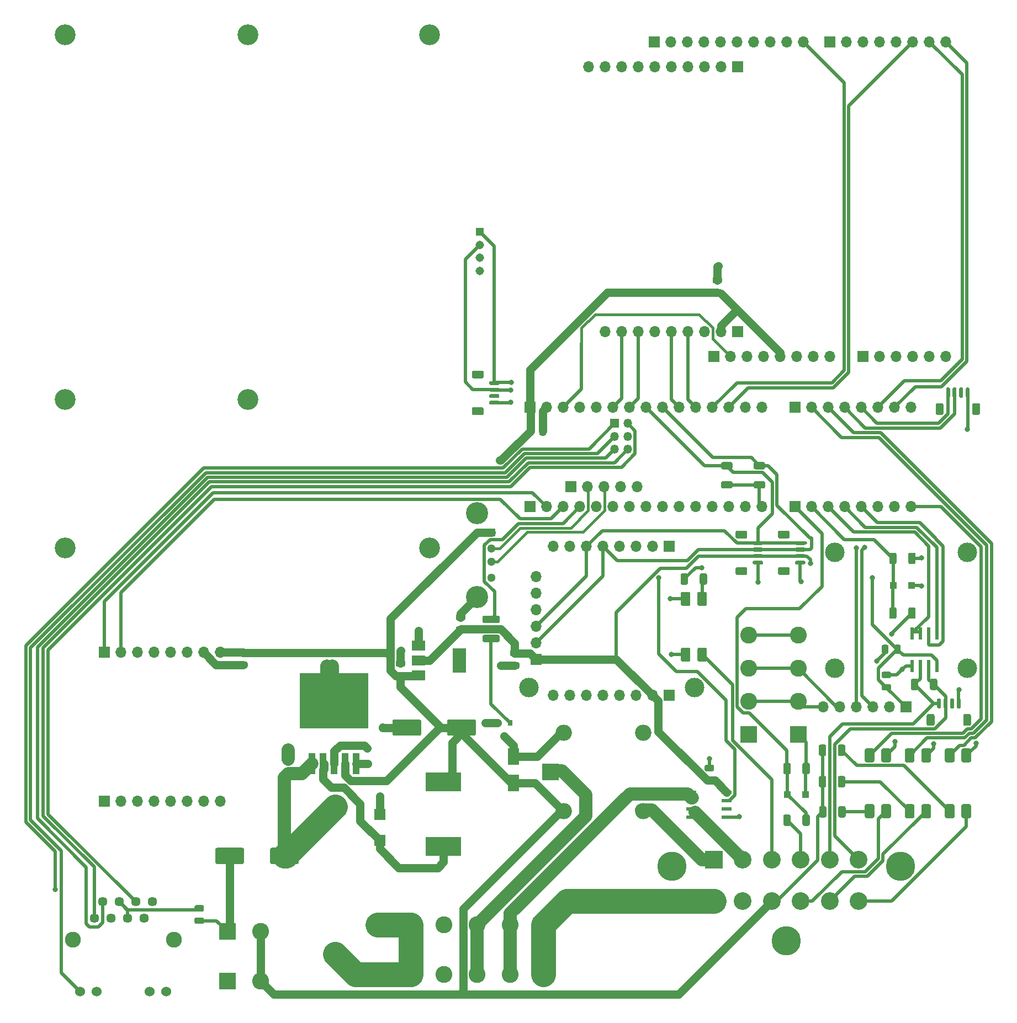
<source format=gbr>
%TF.GenerationSoftware,KiCad,Pcbnew,(5.1.12)-1*%
%TF.CreationDate,2022-02-22T16:25:40-06:00*%
%TF.ProjectId,AS13,41533133-2e6b-4696-9361-645f70636258,rev?*%
%TF.SameCoordinates,Original*%
%TF.FileFunction,Copper,L1,Top*%
%TF.FilePolarity,Positive*%
%FSLAX46Y46*%
G04 Gerber Fmt 4.6, Leading zero omitted, Abs format (unit mm)*
G04 Created by KiCad (PCBNEW (5.1.12)-1) date 2022-02-22 16:25:40*
%MOMM*%
%LPD*%
G01*
G04 APERTURE LIST*
%TA.AperFunction,ComponentPad*%
%ADD10O,2.500000X2.500000*%
%TD*%
%TA.AperFunction,ComponentPad*%
%ADD11R,2.500000X2.500000*%
%TD*%
%TA.AperFunction,ComponentPad*%
%ADD12C,2.600000*%
%TD*%
%TA.AperFunction,ComponentPad*%
%ADD13R,2.600000X2.600000*%
%TD*%
%TA.AperFunction,ComponentPad*%
%ADD14C,4.485000*%
%TD*%
%TA.AperFunction,ComponentPad*%
%ADD15C,2.715000*%
%TD*%
%TA.AperFunction,ComponentPad*%
%ADD16R,2.715000X2.715000*%
%TD*%
%TA.AperFunction,ComponentPad*%
%ADD17R,2.250000X2.250000*%
%TD*%
%TA.AperFunction,ComponentPad*%
%ADD18C,2.250000*%
%TD*%
%TA.AperFunction,ComponentPad*%
%ADD19C,2.445000*%
%TD*%
%TA.AperFunction,ComponentPad*%
%ADD20C,1.530000*%
%TD*%
%TA.AperFunction,ComponentPad*%
%ADD21C,1.446000*%
%TD*%
%TA.AperFunction,ComponentPad*%
%ADD22C,2.999999*%
%TD*%
%TA.AperFunction,ComponentPad*%
%ADD23C,3.200000*%
%TD*%
%TA.AperFunction,ComponentPad*%
%ADD24C,3.000000*%
%TD*%
%TA.AperFunction,ComponentPad*%
%ADD25O,1.700000X1.700000*%
%TD*%
%TA.AperFunction,ComponentPad*%
%ADD26R,1.700000X1.700000*%
%TD*%
%TA.AperFunction,ComponentPad*%
%ADD27C,3.400000*%
%TD*%
%TA.AperFunction,ComponentPad*%
%ADD28C,1.300000*%
%TD*%
%TA.AperFunction,ComponentPad*%
%ADD29R,1.300000X1.300000*%
%TD*%
%TA.AperFunction,SMDPad,CuDef*%
%ADD30R,1.100000X1.100000*%
%TD*%
%TA.AperFunction,SMDPad,CuDef*%
%ADD31R,1.800000X1.800000*%
%TD*%
%TA.AperFunction,SMDPad,CuDef*%
%ADD32R,0.530000X1.980000*%
%TD*%
%TA.AperFunction,SMDPad,CuDef*%
%ADD33R,1.800000X2.500000*%
%TD*%
%TA.AperFunction,SMDPad,CuDef*%
%ADD34R,2.000000X1.500000*%
%TD*%
%TA.AperFunction,SMDPad,CuDef*%
%ADD35R,2.000000X3.800000*%
%TD*%
%TA.AperFunction,SMDPad,CuDef*%
%ADD36R,10.530000X8.460000*%
%TD*%
%TA.AperFunction,SMDPad,CuDef*%
%ADD37R,1.050000X3.210000*%
%TD*%
%TA.AperFunction,SMDPad,CuDef*%
%ADD38R,5.400000X2.900000*%
%TD*%
%TA.AperFunction,SMDPad,CuDef*%
%ADD39R,1.550000X0.600000*%
%TD*%
%TA.AperFunction,ComponentPad*%
%ADD40C,1.308000*%
%TD*%
%TA.AperFunction,ComponentPad*%
%ADD41R,1.308000X1.308000*%
%TD*%
%TA.AperFunction,SMDPad,CuDef*%
%ADD42R,0.800000X0.900000*%
%TD*%
%TA.AperFunction,ComponentPad*%
%ADD43O,1.350000X1.350000*%
%TD*%
%TA.AperFunction,ComponentPad*%
%ADD44R,1.350000X1.350000*%
%TD*%
%TA.AperFunction,ViaPad*%
%ADD45C,0.800000*%
%TD*%
%TA.AperFunction,Conductor*%
%ADD46C,0.508000*%
%TD*%
%TA.AperFunction,Conductor*%
%ADD47C,1.270000*%
%TD*%
%TA.AperFunction,Conductor*%
%ADD48C,2.032000*%
%TD*%
%TA.AperFunction,Conductor*%
%ADD49C,3.810000*%
%TD*%
%TA.AperFunction,Conductor*%
%ADD50C,0.431800*%
%TD*%
G04 APERTURE END LIST*
D10*
%TO.P,K1,2*%
%TO.N,Net-(D5-Pad2)*%
X107000800Y-137501200D03*
%TO.P,K1,4*%
%TO.N,Net-(K1-Pad4)*%
X119200800Y-137501200D03*
%TO.P,K1,5*%
%TO.N,Net-(J6-Pad1)*%
X119200800Y-149501200D03*
%TO.P,K1,1*%
%TO.N,Net-(C11-Pad1)*%
X107000800Y-149501200D03*
D11*
%TO.P,K1,3*%
%TO.N,Net-(K1-Pad3)*%
X105000800Y-143501200D03*
%TD*%
D12*
%TO.P,KF3,4*%
%TO.N,Net-(KF3-Pad4)*%
X135330000Y-122530000D03*
X142950000Y-122530000D03*
%TO.P,KF3,3*%
%TO.N,Net-(J5-Pad5)*%
X135330000Y-127610000D03*
X142950000Y-127610000D03*
%TO.P,KF3,2*%
%TO.N,Net-(J5-Pad6)*%
X135330000Y-132690000D03*
X142950000Y-132690000D03*
D13*
%TO.P,KF3,1*%
%TO.N,GND*%
X135330000Y-137770000D03*
X142950000Y-137770000D03*
%TD*%
D14*
%TO.P,J6,MH3*%
%TO.N,Net-(J6-PadMH3)*%
X158655000Y-158020000D03*
%TO.P,J6,MH2*%
%TO.N,Net-(J6-PadMH2)*%
X141115000Y-169450000D03*
%TO.P,J6,MH1*%
%TO.N,Net-(J6-PadMH1)*%
X123575000Y-158020000D03*
D15*
%TO.P,J6,12*%
%TO.N,Net-(J6-Pad12)*%
X130000000Y-163350000D03*
%TO.P,J6,11*%
%TO.N,GND*%
X134445000Y-163350000D03*
%TO.P,J6,10*%
%TO.N,Net-(C11-Pad1)*%
X138890000Y-163350000D03*
%TO.P,J6,9*%
%TO.N,Net-(J6-Pad9)*%
X143340000Y-163350000D03*
%TO.P,J6,8*%
%TO.N,Net-(J6-Pad8)*%
X147785000Y-163350000D03*
%TO.P,J6,7*%
%TO.N,Net-(J6-Pad7)*%
X152230000Y-163350000D03*
%TO.P,J6,6*%
%TO.N,Net-(J2-Pad3)*%
X152230000Y-157000000D03*
%TO.P,J6,5*%
%TO.N,Net-(J2-Pad4)*%
X147785000Y-157000000D03*
%TO.P,J6,4*%
%TO.N,Net-(J6-Pad4)*%
X143340000Y-157000000D03*
%TO.P,J6,3*%
%TO.N,Net-(J6-Pad3)*%
X138890000Y-157000000D03*
%TO.P,J6,2*%
%TO.N,Net-(J6-Pad2)*%
X134445000Y-157000000D03*
D16*
%TO.P,J6,1*%
%TO.N,Net-(J6-Pad1)*%
X130000000Y-157000000D03*
%TD*%
%TO.P,R8,2*%
%TO.N,Net-(D2-Pad1)*%
%TA.AperFunction,SMDPad,CuDef*%
G36*
G01*
X143600000Y-151550001D02*
X143600000Y-150299999D01*
G75*
G02*
X143849999Y-150050000I249999J0D01*
G01*
X144475001Y-150050000D01*
G75*
G02*
X144725000Y-150299999I0J-249999D01*
G01*
X144725000Y-151550001D01*
G75*
G02*
X144475001Y-151800000I-249999J0D01*
G01*
X143849999Y-151800000D01*
G75*
G02*
X143600000Y-151550001I0J249999D01*
G01*
G37*
%TD.AperFunction*%
%TO.P,R8,1*%
%TO.N,Net-(J6-Pad4)*%
%TA.AperFunction,SMDPad,CuDef*%
G36*
G01*
X140675000Y-151550001D02*
X140675000Y-150299999D01*
G75*
G02*
X140924999Y-150050000I249999J0D01*
G01*
X141550001Y-150050000D01*
G75*
G02*
X141800000Y-150299999I0J-249999D01*
G01*
X141800000Y-151550001D01*
G75*
G02*
X141550001Y-151800000I-249999J0D01*
G01*
X140924999Y-151800000D01*
G75*
G02*
X140675000Y-151550001I0J249999D01*
G01*
G37*
%TD.AperFunction*%
%TD*%
%TO.P,R6,2*%
%TO.N,Net-(KF3-Pad4)*%
%TA.AperFunction,SMDPad,CuDef*%
G36*
G01*
X159832500Y-119769401D02*
X159832500Y-118519399D01*
G75*
G02*
X160082499Y-118269400I249999J0D01*
G01*
X160707501Y-118269400D01*
G75*
G02*
X160957500Y-118519399I0J-249999D01*
G01*
X160957500Y-119769401D01*
G75*
G02*
X160707501Y-120019400I-249999J0D01*
G01*
X160082499Y-120019400D01*
G75*
G02*
X159832500Y-119769401I0J249999D01*
G01*
G37*
%TD.AperFunction*%
%TO.P,R6,1*%
%TO.N,Net-(D1-Pad1)*%
%TA.AperFunction,SMDPad,CuDef*%
G36*
G01*
X156907500Y-119769401D02*
X156907500Y-118519399D01*
G75*
G02*
X157157499Y-118269400I249999J0D01*
G01*
X157782501Y-118269400D01*
G75*
G02*
X158032500Y-118519399I0J-249999D01*
G01*
X158032500Y-119769401D01*
G75*
G02*
X157782501Y-120019400I-249999J0D01*
G01*
X157157499Y-120019400D01*
G75*
G02*
X156907500Y-119769401I0J249999D01*
G01*
G37*
%TD.AperFunction*%
%TD*%
%TO.P,R3,2*%
%TO.N,Net-(R3-Pad2)*%
%TA.AperFunction,SMDPad,CuDef*%
G36*
G01*
X149041600Y-140823401D02*
X149041600Y-139573399D01*
G75*
G02*
X149291599Y-139323400I249999J0D01*
G01*
X149916601Y-139323400D01*
G75*
G02*
X150166600Y-139573399I0J-249999D01*
G01*
X150166600Y-140823401D01*
G75*
G02*
X149916601Y-141073400I-249999J0D01*
G01*
X149291599Y-141073400D01*
G75*
G02*
X149041600Y-140823401I0J249999D01*
G01*
G37*
%TD.AperFunction*%
%TO.P,R3,1*%
%TO.N,Net-(C11-Pad1)*%
%TA.AperFunction,SMDPad,CuDef*%
G36*
G01*
X146116600Y-140823401D02*
X146116600Y-139573399D01*
G75*
G02*
X146366599Y-139323400I249999J0D01*
G01*
X146991601Y-139323400D01*
G75*
G02*
X147241600Y-139573399I0J-249999D01*
G01*
X147241600Y-140823401D01*
G75*
G02*
X146991601Y-141073400I-249999J0D01*
G01*
X146366599Y-141073400D01*
G75*
G02*
X146116600Y-140823401I0J249999D01*
G01*
G37*
%TD.AperFunction*%
%TD*%
%TO.P,R2,2*%
%TO.N,Net-(R2-Pad2)*%
%TA.AperFunction,SMDPad,CuDef*%
G36*
G01*
X149041600Y-145649401D02*
X149041600Y-144399399D01*
G75*
G02*
X149291599Y-144149400I249999J0D01*
G01*
X149916601Y-144149400D01*
G75*
G02*
X150166600Y-144399399I0J-249999D01*
G01*
X150166600Y-145649401D01*
G75*
G02*
X149916601Y-145899400I-249999J0D01*
G01*
X149291599Y-145899400D01*
G75*
G02*
X149041600Y-145649401I0J249999D01*
G01*
G37*
%TD.AperFunction*%
%TO.P,R2,1*%
%TO.N,Net-(C11-Pad1)*%
%TA.AperFunction,SMDPad,CuDef*%
G36*
G01*
X146116600Y-145649401D02*
X146116600Y-144399399D01*
G75*
G02*
X146366599Y-144149400I249999J0D01*
G01*
X146991601Y-144149400D01*
G75*
G02*
X147241600Y-144399399I0J-249999D01*
G01*
X147241600Y-145649401D01*
G75*
G02*
X146991601Y-145899400I-249999J0D01*
G01*
X146366599Y-145899400D01*
G75*
G02*
X146116600Y-145649401I0J249999D01*
G01*
G37*
%TD.AperFunction*%
%TD*%
%TO.P,R1,2*%
%TO.N,Net-(R1-Pad2)*%
%TA.AperFunction,SMDPad,CuDef*%
G36*
G01*
X149092400Y-150272201D02*
X149092400Y-149022199D01*
G75*
G02*
X149342399Y-148772200I249999J0D01*
G01*
X149967401Y-148772200D01*
G75*
G02*
X150217400Y-149022199I0J-249999D01*
G01*
X150217400Y-150272201D01*
G75*
G02*
X149967401Y-150522200I-249999J0D01*
G01*
X149342399Y-150522200D01*
G75*
G02*
X149092400Y-150272201I0J249999D01*
G01*
G37*
%TD.AperFunction*%
%TO.P,R1,1*%
%TO.N,Net-(C11-Pad1)*%
%TA.AperFunction,SMDPad,CuDef*%
G36*
G01*
X146167400Y-150272201D02*
X146167400Y-149022199D01*
G75*
G02*
X146417399Y-148772200I249999J0D01*
G01*
X147042401Y-148772200D01*
G75*
G02*
X147292400Y-149022199I0J-249999D01*
G01*
X147292400Y-150272201D01*
G75*
G02*
X147042401Y-150522200I-249999J0D01*
G01*
X146417399Y-150522200D01*
G75*
G02*
X146167400Y-150272201I0J249999D01*
G01*
G37*
%TD.AperFunction*%
%TD*%
D17*
%TO.P,D4,1*%
%TO.N,Net-(C8-Pad1)*%
X71925000Y-148875000D03*
D18*
%TO.P,D4,2*%
%TO.N,Net-(D4-Pad2)*%
X71925000Y-171475000D03*
%TD*%
%TO.P,R11,2*%
%TO.N,Net-(J13-Pad15)*%
%TA.AperFunction,SMDPad,CuDef*%
G36*
G01*
X131374998Y-98900000D02*
X132625002Y-98900000D01*
G75*
G02*
X132875000Y-99149998I0J-249998D01*
G01*
X132875000Y-99775002D01*
G75*
G02*
X132625002Y-100025000I-249998J0D01*
G01*
X131374998Y-100025000D01*
G75*
G02*
X131125000Y-99775002I0J249998D01*
G01*
X131125000Y-99149998D01*
G75*
G02*
X131374998Y-98900000I249998J0D01*
G01*
G37*
%TD.AperFunction*%
%TO.P,R11,1*%
%TO.N,Net-(J10-Pad4)*%
%TA.AperFunction,SMDPad,CuDef*%
G36*
G01*
X131374998Y-95975000D02*
X132625002Y-95975000D01*
G75*
G02*
X132875000Y-96224998I0J-249998D01*
G01*
X132875000Y-96850002D01*
G75*
G02*
X132625002Y-97100000I-249998J0D01*
G01*
X131374998Y-97100000D01*
G75*
G02*
X131125000Y-96850002I0J249998D01*
G01*
X131125000Y-96224998D01*
G75*
G02*
X131374998Y-95975000I249998J0D01*
G01*
G37*
%TD.AperFunction*%
%TD*%
%TO.P,R10,2*%
%TO.N,Net-(J13-Pad15)*%
%TA.AperFunction,SMDPad,CuDef*%
G36*
G01*
X136374998Y-98900000D02*
X137625002Y-98900000D01*
G75*
G02*
X137875000Y-99149998I0J-249998D01*
G01*
X137875000Y-99775002D01*
G75*
G02*
X137625002Y-100025000I-249998J0D01*
G01*
X136374998Y-100025000D01*
G75*
G02*
X136125000Y-99775002I0J249998D01*
G01*
X136125000Y-99149998D01*
G75*
G02*
X136374998Y-98900000I249998J0D01*
G01*
G37*
%TD.AperFunction*%
%TO.P,R10,1*%
%TO.N,Net-(J10-Pad3)*%
%TA.AperFunction,SMDPad,CuDef*%
G36*
G01*
X136374998Y-95975000D02*
X137625002Y-95975000D01*
G75*
G02*
X137875000Y-96224998I0J-249998D01*
G01*
X137875000Y-96850002D01*
G75*
G02*
X137625002Y-97100000I-249998J0D01*
G01*
X136374998Y-97100000D01*
G75*
G02*
X136125000Y-96850002I0J249998D01*
G01*
X136125000Y-96224998D01*
G75*
G02*
X136374998Y-95975000I249998J0D01*
G01*
G37*
%TD.AperFunction*%
%TD*%
%TO.P,R9,2*%
%TO.N,Net-(D2-Pad1)*%
%TA.AperFunction,SMDPad,CuDef*%
G36*
G01*
X141800000Y-142374998D02*
X141800000Y-143625002D01*
G75*
G02*
X141550002Y-143875000I-249998J0D01*
G01*
X140924998Y-143875000D01*
G75*
G02*
X140675000Y-143625002I0J249998D01*
G01*
X140675000Y-142374998D01*
G75*
G02*
X140924998Y-142125000I249998J0D01*
G01*
X141550002Y-142125000D01*
G75*
G02*
X141800000Y-142374998I0J-249998D01*
G01*
G37*
%TD.AperFunction*%
%TO.P,R9,1*%
%TO.N,GND*%
%TA.AperFunction,SMDPad,CuDef*%
G36*
G01*
X144725000Y-142374998D02*
X144725000Y-143625002D01*
G75*
G02*
X144475002Y-143875000I-249998J0D01*
G01*
X143849998Y-143875000D01*
G75*
G02*
X143600000Y-143625002I0J249998D01*
G01*
X143600000Y-142374998D01*
G75*
G02*
X143849998Y-142125000I249998J0D01*
G01*
X144475002Y-142125000D01*
G75*
G02*
X144725000Y-142374998I0J-249998D01*
G01*
G37*
%TD.AperFunction*%
%TD*%
%TO.P,R7,2*%
%TO.N,GND*%
%TA.AperFunction,SMDPad,CuDef*%
G36*
G01*
X159832500Y-111375002D02*
X159832500Y-110124998D01*
G75*
G02*
X160082498Y-109875000I249998J0D01*
G01*
X160707502Y-109875000D01*
G75*
G02*
X160957500Y-110124998I0J-249998D01*
G01*
X160957500Y-111375002D01*
G75*
G02*
X160707502Y-111625000I-249998J0D01*
G01*
X160082498Y-111625000D01*
G75*
G02*
X159832500Y-111375002I0J249998D01*
G01*
G37*
%TD.AperFunction*%
%TO.P,R7,1*%
%TO.N,Net-(D1-Pad1)*%
%TA.AperFunction,SMDPad,CuDef*%
G36*
G01*
X156907500Y-111375002D02*
X156907500Y-110124998D01*
G75*
G02*
X157157498Y-109875000I249998J0D01*
G01*
X157782502Y-109875000D01*
G75*
G02*
X158032500Y-110124998I0J-249998D01*
G01*
X158032500Y-111375002D01*
G75*
G02*
X157782502Y-111625000I-249998J0D01*
G01*
X157157498Y-111625000D01*
G75*
G02*
X156907500Y-111375002I0J249998D01*
G01*
G37*
%TD.AperFunction*%
%TD*%
%TO.P,C2,2*%
%TO.N,GND*%
%TA.AperFunction,SMDPad,CuDef*%
G36*
G01*
X50625000Y-165850000D02*
X51575000Y-165850000D01*
G75*
G02*
X51825000Y-166100000I0J-250000D01*
G01*
X51825000Y-166600000D01*
G75*
G02*
X51575000Y-166850000I-250000J0D01*
G01*
X50625000Y-166850000D01*
G75*
G02*
X50375000Y-166600000I0J250000D01*
G01*
X50375000Y-166100000D01*
G75*
G02*
X50625000Y-165850000I250000J0D01*
G01*
G37*
%TD.AperFunction*%
%TO.P,C2,1*%
%TO.N,Net-(C2-Pad1)*%
%TA.AperFunction,SMDPad,CuDef*%
G36*
G01*
X50625000Y-163950000D02*
X51575000Y-163950000D01*
G75*
G02*
X51825000Y-164200000I0J-250000D01*
G01*
X51825000Y-164700000D01*
G75*
G02*
X51575000Y-164950000I-250000J0D01*
G01*
X50625000Y-164950000D01*
G75*
G02*
X50375000Y-164700000I0J250000D01*
G01*
X50375000Y-164200000D01*
G75*
G02*
X50625000Y-163950000I250000J0D01*
G01*
G37*
%TD.AperFunction*%
%TD*%
D19*
%TO.P,J4,MH2*%
%TO.N,N/C*%
X47190000Y-169300000D03*
%TO.P,J4,MH1*%
X31700000Y-169300000D03*
D20*
%TO.P,J4,12*%
%TO.N,Net-(J4-Pad12)*%
X46070000Y-177250000D03*
%TO.P,J4,11*%
%TO.N,Net-(J4-Pad11)*%
X43530000Y-177250000D03*
%TO.P,J4,10*%
%TO.N,GND*%
X35360000Y-177250000D03*
%TO.P,J4,9*%
%TO.N,Net-(J4-Pad9)*%
X32820000Y-177250000D03*
D21*
%TO.P,J4,8*%
%TO.N,GND*%
X43890000Y-163460000D03*
%TO.P,J4,7*%
%TO.N,Net-(J4-Pad7)*%
X42620000Y-166000000D03*
%TO.P,J4,6*%
%TO.N,Net-(J4-Pad6)*%
X41350000Y-163460000D03*
%TO.P,J4,5*%
%TO.N,Net-(C2-Pad1)*%
X40080000Y-166000000D03*
%TO.P,J4,4*%
X38810000Y-163460000D03*
%TO.P,J4,3*%
%TO.N,Net-(J4-Pad3)*%
X37540000Y-166000000D03*
%TO.P,J4,2*%
%TO.N,Net-(J4-Pad2)*%
X36270000Y-163460000D03*
%TO.P,J4,1*%
%TO.N,Net-(J4-Pad1)*%
X35000000Y-166000000D03*
%TD*%
%TO.P,J2,MP*%
%TO.N,N/C*%
%TA.AperFunction,SMDPad,CuDef*%
G36*
G01*
X163852500Y-134892899D02*
X163852500Y-136192901D01*
G75*
G02*
X163602501Y-136442900I-249999J0D01*
G01*
X162902499Y-136442900D01*
G75*
G02*
X162652500Y-136192901I0J249999D01*
G01*
X162652500Y-134892899D01*
G75*
G02*
X162902499Y-134642900I249999J0D01*
G01*
X163602501Y-134642900D01*
G75*
G02*
X163852500Y-134892899I0J-249999D01*
G01*
G37*
%TD.AperFunction*%
%TA.AperFunction,SMDPad,CuDef*%
G36*
G01*
X169452500Y-134892899D02*
X169452500Y-136192901D01*
G75*
G02*
X169202501Y-136442900I-249999J0D01*
G01*
X168502499Y-136442900D01*
G75*
G02*
X168252500Y-136192901I0J249999D01*
G01*
X168252500Y-134892899D01*
G75*
G02*
X168502499Y-134642900I249999J0D01*
G01*
X169202501Y-134642900D01*
G75*
G02*
X169452500Y-134892899I0J-249999D01*
G01*
G37*
%TD.AperFunction*%
%TO.P,J2,4*%
%TO.N,Net-(J2-Pad4)*%
%TA.AperFunction,SMDPad,CuDef*%
G36*
G01*
X164852500Y-132392900D02*
X164852500Y-133642900D01*
G75*
G02*
X164702500Y-133792900I-150000J0D01*
G01*
X164402500Y-133792900D01*
G75*
G02*
X164252500Y-133642900I0J150000D01*
G01*
X164252500Y-132392900D01*
G75*
G02*
X164402500Y-132242900I150000J0D01*
G01*
X164702500Y-132242900D01*
G75*
G02*
X164852500Y-132392900I0J-150000D01*
G01*
G37*
%TD.AperFunction*%
%TO.P,J2,3*%
%TO.N,Net-(J2-Pad3)*%
%TA.AperFunction,SMDPad,CuDef*%
G36*
G01*
X165852500Y-132392900D02*
X165852500Y-133642900D01*
G75*
G02*
X165702500Y-133792900I-150000J0D01*
G01*
X165402500Y-133792900D01*
G75*
G02*
X165252500Y-133642900I0J150000D01*
G01*
X165252500Y-132392900D01*
G75*
G02*
X165402500Y-132242900I150000J0D01*
G01*
X165702500Y-132242900D01*
G75*
G02*
X165852500Y-132392900I0J-150000D01*
G01*
G37*
%TD.AperFunction*%
%TO.P,J2,2*%
%TO.N,Net-(J2-Pad2)*%
%TA.AperFunction,SMDPad,CuDef*%
G36*
G01*
X166852500Y-132392900D02*
X166852500Y-133642900D01*
G75*
G02*
X166702500Y-133792900I-150000J0D01*
G01*
X166402500Y-133792900D01*
G75*
G02*
X166252500Y-133642900I0J150000D01*
G01*
X166252500Y-132392900D01*
G75*
G02*
X166402500Y-132242900I150000J0D01*
G01*
X166702500Y-132242900D01*
G75*
G02*
X166852500Y-132392900I0J-150000D01*
G01*
G37*
%TD.AperFunction*%
%TO.P,J2,1*%
%TO.N,GND*%
%TA.AperFunction,SMDPad,CuDef*%
G36*
G01*
X167852500Y-132392900D02*
X167852500Y-133642900D01*
G75*
G02*
X167702500Y-133792900I-150000J0D01*
G01*
X167402500Y-133792900D01*
G75*
G02*
X167252500Y-133642900I0J150000D01*
G01*
X167252500Y-132392900D01*
G75*
G02*
X167402500Y-132242900I150000J0D01*
G01*
X167702500Y-132242900D01*
G75*
G02*
X167852500Y-132392900I0J-150000D01*
G01*
G37*
%TD.AperFunction*%
%TD*%
D22*
%TO.P,REF\u002A\u002A,4*%
%TO.N,N/C*%
X168859200Y-109819200D03*
%TO.P,REF\u002A\u002A,3*%
X168859200Y-127599200D03*
%TO.P,REF\u002A\u002A,2*%
X148539200Y-127599200D03*
%TO.P,REF\u002A\u002A,1*%
X148539200Y-109819200D03*
%TD*%
D23*
%TO.P,REF\u002A\u002A,8*%
%TO.N,N/C*%
X58560000Y-30380000D03*
X58560000Y-86380000D03*
X30560000Y-86380000D03*
X30560000Y-30380000D03*
X86440000Y-30380000D03*
X86440000Y-109120000D03*
X30560000Y-109120000D03*
%TD*%
D24*
%TO.P,REF\u002A\u002A,*%
%TO.N,*%
X101660000Y-130560000D03*
X127060000Y-130560000D03*
%TD*%
D25*
%TO.P,J5,6*%
%TO.N,Net-(J5-Pad6)*%
X146761200Y-133517400D03*
%TO.P,J5,5*%
%TO.N,Net-(J5-Pad5)*%
X149301200Y-133517400D03*
%TO.P,J5,4*%
%TO.N,Net-(J14-Pad6)*%
X151841200Y-133517400D03*
%TO.P,J5,3*%
%TO.N,Net-(J14-Pad7)*%
X154381200Y-133517400D03*
%TO.P,J5,2*%
%TO.N,GND*%
X156921200Y-133517400D03*
D26*
%TO.P,J5,1*%
%TO.N,Net-(C1-Pad1)*%
X159461200Y-133517400D03*
%TD*%
%TO.P,C5,2*%
%TO.N,GND*%
%TA.AperFunction,SMDPad,CuDef*%
G36*
G01*
X156939000Y-129130400D02*
X155989000Y-129130400D01*
G75*
G02*
X155739000Y-128880400I0J250000D01*
G01*
X155739000Y-128380400D01*
G75*
G02*
X155989000Y-128130400I250000J0D01*
G01*
X156939000Y-128130400D01*
G75*
G02*
X157189000Y-128380400I0J-250000D01*
G01*
X157189000Y-128880400D01*
G75*
G02*
X156939000Y-129130400I-250000J0D01*
G01*
G37*
%TD.AperFunction*%
%TO.P,C5,1*%
%TO.N,Net-(C1-Pad1)*%
%TA.AperFunction,SMDPad,CuDef*%
G36*
G01*
X156939000Y-131030400D02*
X155989000Y-131030400D01*
G75*
G02*
X155739000Y-130780400I0J250000D01*
G01*
X155739000Y-130280400D01*
G75*
G02*
X155989000Y-130030400I250000J0D01*
G01*
X156939000Y-130030400D01*
G75*
G02*
X157189000Y-130280400I0J-250000D01*
G01*
X157189000Y-130780400D01*
G75*
G02*
X156939000Y-131030400I-250000J0D01*
G01*
G37*
%TD.AperFunction*%
%TD*%
D27*
%TO.P,J1,6*%
%TO.N,GND*%
X93735800Y-116670800D03*
%TO.P,J1,5*%
X93735800Y-103820800D03*
D28*
%TO.P,J1,4*%
X95935800Y-113745800D03*
%TO.P,J1,3*%
%TO.N,Net-(J1-Pad3)*%
X95935800Y-111245800D03*
%TO.P,J1,2*%
%TO.N,Net-(J1-Pad2)*%
X95935800Y-109245800D03*
D29*
%TO.P,J1,1*%
%TO.N,Net-(C11-Pad1)*%
X95935800Y-106745800D03*
%TD*%
D25*
%TO.P,J12,6*%
%TO.N,GND*%
X102750000Y-113550000D03*
%TO.P,J12,5*%
%TO.N,Net-(J12-Pad5)*%
X102750000Y-116090000D03*
%TO.P,J12,4*%
%TO.N,Net-(J12-Pad4)*%
X102750000Y-118630000D03*
%TO.P,J12,3*%
%TO.N,Net-(J10-Pad4)*%
X102750000Y-121170000D03*
%TO.P,J12,2*%
%TO.N,Net-(J10-Pad3)*%
X102750000Y-123710000D03*
D26*
%TO.P,J12,1*%
%TO.N,Net-(C1-Pad1)*%
X102750000Y-126250000D03*
%TD*%
D12*
%TO.P,KF1,2*%
%TO.N,Net-(C11-Pad1)*%
X60482200Y-168034600D03*
X60482200Y-175654600D03*
D13*
%TO.P,KF1,1*%
%TO.N,GND*%
X55402200Y-168034600D03*
X55402200Y-175654600D03*
%TD*%
D25*
%TO.P,J18,8*%
%TO.N,Net-(J18-Pad8)*%
X160248600Y-87594200D03*
%TO.P,J18,7*%
%TO.N,Net-(J18-Pad7)*%
X157708600Y-87594200D03*
%TO.P,J18,6*%
%TO.N,Net-(J18-Pad6)*%
X155168600Y-87594200D03*
%TO.P,J18,5*%
%TO.N,Net-(J18-Pad5)*%
X152628600Y-87594200D03*
%TO.P,J18,4*%
%TO.N,Net-(J18-Pad4)*%
X150088600Y-87594200D03*
%TO.P,J18,3*%
%TO.N,Net-(J18-Pad3)*%
X147548600Y-87594200D03*
%TO.P,J18,2*%
%TO.N,Net-(J18-Pad2)*%
X145008600Y-87594200D03*
D26*
%TO.P,J18,1*%
%TO.N,Net-(J18-Pad1)*%
X142468600Y-87594200D03*
%TD*%
D25*
%TO.P,J3,5*%
%TO.N,GND*%
X118287800Y-99783400D03*
%TO.P,J3,4*%
X115747800Y-99783400D03*
%TO.P,J3,3*%
%TO.N,Net-(J1-Pad3)*%
X113207800Y-99783400D03*
%TO.P,J3,2*%
%TO.N,Net-(J1-Pad2)*%
X110667800Y-99783400D03*
D26*
%TO.P,J3,1*%
%TO.N,Net-(J3-Pad1)*%
X108127800Y-99783400D03*
%TD*%
D30*
%TO.P,D2,2*%
%TO.N,GND*%
X144117500Y-146962500D03*
%TO.P,D2,1*%
%TO.N,Net-(D2-Pad1)*%
X141317500Y-146962500D03*
%TD*%
%TO.P,D1,2*%
%TO.N,GND*%
X160350000Y-114947200D03*
%TO.P,D1,1*%
%TO.N,Net-(D1-Pad1)*%
X157550000Y-114947200D03*
%TD*%
D31*
%TO.P,D3,2*%
%TO.N,GND*%
X78779000Y-150055200D03*
%TO.P,D3,1*%
%TO.N,Net-(D3-Pad1)*%
X78779000Y-154055200D03*
%TD*%
D32*
%TO.P,U1,8*%
%TO.N,Net-(C1-Pad1)*%
X164235160Y-127227420D03*
%TO.P,U1,7*%
%TO.N,Net-(J2-Pad3)*%
X162965160Y-127227420D03*
%TO.P,U1,6*%
%TO.N,Net-(J2-Pad4)*%
X161695160Y-127227420D03*
%TO.P,U1,5*%
%TO.N,GND*%
X160425160Y-127227420D03*
%TO.P,U1,4*%
%TO.N,Net-(J14-Pad3)*%
X160425160Y-122297420D03*
%TO.P,U1,3*%
X161695160Y-122297420D03*
%TO.P,U1,2*%
%TO.N,Net-(J14-Pad5)*%
X162965160Y-122297420D03*
%TO.P,U1,1*%
%TO.N,Net-(J14-Pad4)*%
X164235160Y-122297420D03*
%TD*%
%TO.P,C6,2*%
%TO.N,GND*%
%TA.AperFunction,SMDPad,CuDef*%
G36*
G01*
X82440800Y-127377800D02*
X81490800Y-127377800D01*
G75*
G02*
X81240800Y-127127800I0J250000D01*
G01*
X81240800Y-126627800D01*
G75*
G02*
X81490800Y-126377800I250000J0D01*
G01*
X82440800Y-126377800D01*
G75*
G02*
X82690800Y-126627800I0J-250000D01*
G01*
X82690800Y-127127800D01*
G75*
G02*
X82440800Y-127377800I-250000J0D01*
G01*
G37*
%TD.AperFunction*%
%TO.P,C6,1*%
%TO.N,Net-(C11-Pad1)*%
%TA.AperFunction,SMDPad,CuDef*%
G36*
G01*
X82440800Y-129277800D02*
X81490800Y-129277800D01*
G75*
G02*
X81240800Y-129027800I0J250000D01*
G01*
X81240800Y-128527800D01*
G75*
G02*
X81490800Y-128277800I250000J0D01*
G01*
X82440800Y-128277800D01*
G75*
G02*
X82690800Y-128527800I0J-250000D01*
G01*
X82690800Y-129027800D01*
G75*
G02*
X82440800Y-129277800I-250000J0D01*
G01*
G37*
%TD.AperFunction*%
%TD*%
D33*
%TO.P,D5,2*%
%TO.N,Net-(D5-Pad2)*%
X99260660Y-141184640D03*
%TO.P,D5,1*%
%TO.N,Net-(C11-Pad1)*%
X99260660Y-145184640D03*
%TD*%
D34*
%TO.P,IC1,1*%
%TO.N,GND*%
X84708600Y-124130800D03*
%TO.P,IC1,3*%
%TO.N,Net-(C11-Pad1)*%
X84708600Y-128730800D03*
%TO.P,IC1,2*%
%TO.N,Net-(C1-Pad1)*%
X84708600Y-126430800D03*
D35*
%TO.P,IC1,4*%
%TO.N,Net-(IC1-Pad4)*%
X91008600Y-126430800D03*
%TD*%
D36*
%TO.P,IC2,6*%
%TO.N,GND*%
X71800000Y-132625000D03*
D37*
%TO.P,IC2,5*%
X75200000Y-142255000D03*
%TO.P,IC2,4*%
%TO.N,Net-(C11-Pad1)*%
X73500000Y-142255000D03*
%TO.P,IC2,3*%
%TO.N,GND*%
X71800000Y-142255000D03*
%TO.P,IC2,2*%
%TO.N,Net-(D3-Pad1)*%
X70100000Y-142255000D03*
%TO.P,IC2,1*%
%TO.N,Net-(C8-Pad1)*%
X68400000Y-142255000D03*
%TD*%
%TO.P,C8,2*%
%TO.N,GND*%
%TA.AperFunction,SMDPad,CuDef*%
G36*
G01*
X65200000Y-142400000D02*
X64250000Y-142400000D01*
G75*
G02*
X64000000Y-142150000I0J250000D01*
G01*
X64000000Y-141650000D01*
G75*
G02*
X64250000Y-141400000I250000J0D01*
G01*
X65200000Y-141400000D01*
G75*
G02*
X65450000Y-141650000I0J-250000D01*
G01*
X65450000Y-142150000D01*
G75*
G02*
X65200000Y-142400000I-250000J0D01*
G01*
G37*
%TD.AperFunction*%
%TO.P,C8,1*%
%TO.N,Net-(C8-Pad1)*%
%TA.AperFunction,SMDPad,CuDef*%
G36*
G01*
X65200000Y-144300000D02*
X64250000Y-144300000D01*
G75*
G02*
X64000000Y-144050000I0J250000D01*
G01*
X64000000Y-143550000D01*
G75*
G02*
X64250000Y-143300000I250000J0D01*
G01*
X65200000Y-143300000D01*
G75*
G02*
X65450000Y-143550000I0J-250000D01*
G01*
X65450000Y-144050000D01*
G75*
G02*
X65200000Y-144300000I-250000J0D01*
G01*
G37*
%TD.AperFunction*%
%TD*%
D38*
%TO.P,L1,2*%
%TO.N,Net-(C11-Pad1)*%
X88544400Y-145026600D03*
%TO.P,L1,1*%
%TO.N,Net-(D3-Pad1)*%
X88544400Y-154926600D03*
%TD*%
%TO.P,C11,2*%
%TO.N,GND*%
%TA.AperFunction,SMDPad,CuDef*%
G36*
G01*
X85122000Y-135717800D02*
X85122000Y-137717800D01*
G75*
G02*
X84872000Y-137967800I-250000J0D01*
G01*
X80972000Y-137967800D01*
G75*
G02*
X80722000Y-137717800I0J250000D01*
G01*
X80722000Y-135717800D01*
G75*
G02*
X80972000Y-135467800I250000J0D01*
G01*
X84872000Y-135467800D01*
G75*
G02*
X85122000Y-135717800I0J-250000D01*
G01*
G37*
%TD.AperFunction*%
%TO.P,C11,1*%
%TO.N,Net-(C11-Pad1)*%
%TA.AperFunction,SMDPad,CuDef*%
G36*
G01*
X93522000Y-135717800D02*
X93522000Y-137717800D01*
G75*
G02*
X93272000Y-137967800I-250000J0D01*
G01*
X89372000Y-137967800D01*
G75*
G02*
X89122000Y-137717800I0J250000D01*
G01*
X89122000Y-135717800D01*
G75*
G02*
X89372000Y-135467800I250000J0D01*
G01*
X93272000Y-135467800D01*
G75*
G02*
X93522000Y-135717800I0J-250000D01*
G01*
G37*
%TD.AperFunction*%
%TD*%
%TO.P,C9,2*%
%TO.N,GND*%
%TA.AperFunction,SMDPad,CuDef*%
G36*
G01*
X57969400Y-155402800D02*
X57969400Y-157402800D01*
G75*
G02*
X57719400Y-157652800I-250000J0D01*
G01*
X53819400Y-157652800D01*
G75*
G02*
X53569400Y-157402800I0J250000D01*
G01*
X53569400Y-155402800D01*
G75*
G02*
X53819400Y-155152800I250000J0D01*
G01*
X57719400Y-155152800D01*
G75*
G02*
X57969400Y-155402800I0J-250000D01*
G01*
G37*
%TD.AperFunction*%
%TO.P,C9,1*%
%TO.N,Net-(C8-Pad1)*%
%TA.AperFunction,SMDPad,CuDef*%
G36*
G01*
X66369400Y-155402800D02*
X66369400Y-157402800D01*
G75*
G02*
X66119400Y-157652800I-250000J0D01*
G01*
X62219400Y-157652800D01*
G75*
G02*
X61969400Y-157402800I0J250000D01*
G01*
X61969400Y-155402800D01*
G75*
G02*
X62219400Y-155152800I250000J0D01*
G01*
X66119400Y-155152800D01*
G75*
G02*
X66369400Y-155402800I0J-250000D01*
G01*
G37*
%TD.AperFunction*%
%TD*%
%TO.P,R4,2*%
%TO.N,Net-(R4-Pad2)*%
%TA.AperFunction,SMDPad,CuDef*%
G36*
G01*
X127850000Y-114550002D02*
X127850000Y-113299998D01*
G75*
G02*
X128099998Y-113050000I249998J0D01*
G01*
X128725002Y-113050000D01*
G75*
G02*
X128975000Y-113299998I0J-249998D01*
G01*
X128975000Y-114550002D01*
G75*
G02*
X128725002Y-114800000I-249998J0D01*
G01*
X128099998Y-114800000D01*
G75*
G02*
X127850000Y-114550002I0J249998D01*
G01*
G37*
%TD.AperFunction*%
%TO.P,R4,1*%
%TO.N,Net-(J13-Pad13)*%
%TA.AperFunction,SMDPad,CuDef*%
G36*
G01*
X124925000Y-114550002D02*
X124925000Y-113299998D01*
G75*
G02*
X125174998Y-113050000I249998J0D01*
G01*
X125800002Y-113050000D01*
G75*
G02*
X126050000Y-113299998I0J-249998D01*
G01*
X126050000Y-114550002D01*
G75*
G02*
X125800002Y-114800000I-249998J0D01*
G01*
X125174998Y-114800000D01*
G75*
G02*
X124925000Y-114550002I0J249998D01*
G01*
G37*
%TD.AperFunction*%
%TD*%
%TO.P,R5,2*%
%TO.N,Net-(J2-Pad4)*%
%TA.AperFunction,SMDPad,CuDef*%
G36*
G01*
X161355200Y-129473558D02*
X161355200Y-130723562D01*
G75*
G02*
X161105202Y-130973560I-249998J0D01*
G01*
X160480198Y-130973560D01*
G75*
G02*
X160230200Y-130723562I0J249998D01*
G01*
X160230200Y-129473558D01*
G75*
G02*
X160480198Y-129223560I249998J0D01*
G01*
X161105202Y-129223560D01*
G75*
G02*
X161355200Y-129473558I0J-249998D01*
G01*
G37*
%TD.AperFunction*%
%TO.P,R5,1*%
%TO.N,Net-(J2-Pad3)*%
%TA.AperFunction,SMDPad,CuDef*%
G36*
G01*
X164280200Y-129473558D02*
X164280200Y-130723562D01*
G75*
G02*
X164030202Y-130973560I-249998J0D01*
G01*
X163405198Y-130973560D01*
G75*
G02*
X163155200Y-130723562I0J249998D01*
G01*
X163155200Y-129473558D01*
G75*
G02*
X163405198Y-129223560I249998J0D01*
G01*
X164030202Y-129223560D01*
G75*
G02*
X164280200Y-129473558I0J-249998D01*
G01*
G37*
%TD.AperFunction*%
%TD*%
%TO.P,U5,4*%
%TO.N,Net-(J6-Pad3)*%
%TA.AperFunction,SMDPad,CuDef*%
G36*
G01*
X127746400Y-124455000D02*
X128693600Y-124455000D01*
G75*
G02*
X128960000Y-124721400I0J-266400D01*
G01*
X128960000Y-126338600D01*
G75*
G02*
X128693600Y-126605000I-266400J0D01*
G01*
X127746400Y-126605000D01*
G75*
G02*
X127480000Y-126338600I0J266400D01*
G01*
X127480000Y-124721400D01*
G75*
G02*
X127746400Y-124455000I266400J0D01*
G01*
G37*
%TD.AperFunction*%
%TO.P,U5,3*%
%TO.N,GND*%
%TA.AperFunction,SMDPad,CuDef*%
G36*
G01*
X125206400Y-124455000D02*
X126153600Y-124455000D01*
G75*
G02*
X126420000Y-124721400I0J-266400D01*
G01*
X126420000Y-126338600D01*
G75*
G02*
X126153600Y-126605000I-266400J0D01*
G01*
X125206400Y-126605000D01*
G75*
G02*
X124940000Y-126338600I0J266400D01*
G01*
X124940000Y-124721400D01*
G75*
G02*
X125206400Y-124455000I266400J0D01*
G01*
G37*
%TD.AperFunction*%
%TO.P,U5,2*%
%TA.AperFunction,SMDPad,CuDef*%
G36*
G01*
X125206400Y-115895000D02*
X126153600Y-115895000D01*
G75*
G02*
X126420000Y-116161400I0J-266400D01*
G01*
X126420000Y-117778600D01*
G75*
G02*
X126153600Y-118045000I-266400J0D01*
G01*
X125206400Y-118045000D01*
G75*
G02*
X124940000Y-117778600I0J266400D01*
G01*
X124940000Y-116161400D01*
G75*
G02*
X125206400Y-115895000I266400J0D01*
G01*
G37*
%TD.AperFunction*%
%TO.P,U5,1*%
%TO.N,Net-(R4-Pad2)*%
%TA.AperFunction,SMDPad,CuDef*%
G36*
G01*
X127746400Y-115895000D02*
X128693600Y-115895000D01*
G75*
G02*
X128960000Y-116161400I0J-266400D01*
G01*
X128960000Y-117778600D01*
G75*
G02*
X128693600Y-118045000I-266400J0D01*
G01*
X127746400Y-118045000D01*
G75*
G02*
X127480000Y-117778600I0J266400D01*
G01*
X127480000Y-116161400D01*
G75*
G02*
X127746400Y-115895000I266400J0D01*
G01*
G37*
%TD.AperFunction*%
%TD*%
%TO.P,R12,2*%
%TO.N,Net-(J13-Pad4)*%
%TA.AperFunction,SMDPad,CuDef*%
G36*
G01*
X96934603Y-120679400D02*
X94784597Y-120679400D01*
G75*
G02*
X94534600Y-120429403I0J249997D01*
G01*
X94534600Y-119804397D01*
G75*
G02*
X94784597Y-119554400I249997J0D01*
G01*
X96934603Y-119554400D01*
G75*
G02*
X97184600Y-119804397I0J-249997D01*
G01*
X97184600Y-120429403D01*
G75*
G02*
X96934603Y-120679400I-249997J0D01*
G01*
G37*
%TD.AperFunction*%
%TO.P,R12,1*%
%TO.N,Net-(Q1-Pad1)*%
%TA.AperFunction,SMDPad,CuDef*%
G36*
G01*
X96934603Y-123604400D02*
X94784597Y-123604400D01*
G75*
G02*
X94534600Y-123354403I0J249997D01*
G01*
X94534600Y-122729397D01*
G75*
G02*
X94784597Y-122479400I249997J0D01*
G01*
X96934603Y-122479400D01*
G75*
G02*
X97184600Y-122729397I0J-249997D01*
G01*
X97184600Y-123354403D01*
G75*
G02*
X96934603Y-123604400I-249997J0D01*
G01*
G37*
%TD.AperFunction*%
%TD*%
%TO.P,C4,2*%
%TO.N,GND*%
%TA.AperFunction,SMDPad,CuDef*%
G36*
G01*
X129800000Y-143425000D02*
X128850000Y-143425000D01*
G75*
G02*
X128600000Y-143175000I0J250000D01*
G01*
X128600000Y-142675000D01*
G75*
G02*
X128850000Y-142425000I250000J0D01*
G01*
X129800000Y-142425000D01*
G75*
G02*
X130050000Y-142675000I0J-250000D01*
G01*
X130050000Y-143175000D01*
G75*
G02*
X129800000Y-143425000I-250000J0D01*
G01*
G37*
%TD.AperFunction*%
%TO.P,C4,1*%
%TO.N,Net-(C1-Pad1)*%
%TA.AperFunction,SMDPad,CuDef*%
G36*
G01*
X129800000Y-145325000D02*
X128850000Y-145325000D01*
G75*
G02*
X128600000Y-145075000I0J250000D01*
G01*
X128600000Y-144575000D01*
G75*
G02*
X128850000Y-144325000I250000J0D01*
G01*
X129800000Y-144325000D01*
G75*
G02*
X130050000Y-144575000I0J-250000D01*
G01*
X130050000Y-145075000D01*
G75*
G02*
X129800000Y-145325000I-250000J0D01*
G01*
G37*
%TD.AperFunction*%
%TD*%
D25*
%TO.P,J9,8*%
%TO.N,Net-(C11-Pad1)*%
X54295000Y-125179400D03*
%TO.P,J9,7*%
%TO.N,GND*%
X51755000Y-125179400D03*
%TO.P,J9,6*%
%TO.N,Net-(J9-Pad6)*%
X49215000Y-125179400D03*
%TO.P,J9,5*%
%TO.N,Net-(J9-Pad5)*%
X46675000Y-125179400D03*
%TO.P,J9,4*%
%TO.N,Net-(J9-Pad4)*%
X44135000Y-125179400D03*
%TO.P,J9,3*%
%TO.N,Net-(J9-Pad3)*%
X41595000Y-125179400D03*
%TO.P,J9,2*%
%TO.N,Net-(J13-Pad3)*%
X39055000Y-125179400D03*
D26*
%TO.P,J9,1*%
%TO.N,Net-(J13-Pad2)*%
X36515000Y-125179400D03*
%TD*%
D25*
%TO.P,J7,8*%
%TO.N,Net-(J7-Pad8)*%
X54295000Y-148039400D03*
%TO.P,J7,7*%
%TO.N,Net-(J7-Pad7)*%
X51755000Y-148039400D03*
%TO.P,J7,6*%
%TO.N,Net-(J7-Pad6)*%
X49215000Y-148039400D03*
%TO.P,J7,5*%
%TO.N,Net-(J7-Pad5)*%
X46675000Y-148039400D03*
%TO.P,J7,4*%
%TO.N,Net-(J7-Pad4)*%
X44135000Y-148039400D03*
%TO.P,J7,3*%
%TO.N,Net-(J7-Pad3)*%
X41595000Y-148039400D03*
%TO.P,J7,2*%
%TO.N,Net-(J7-Pad2)*%
X39055000Y-148039400D03*
D26*
%TO.P,J7,1*%
%TO.N,Net-(J7-Pad1)*%
X36515000Y-148039400D03*
%TD*%
%TO.P,C3,2*%
%TO.N,GND*%
%TA.AperFunction,SMDPad,CuDef*%
G36*
G01*
X57335400Y-126601400D02*
X58285400Y-126601400D01*
G75*
G02*
X58535400Y-126851400I0J-250000D01*
G01*
X58535400Y-127351400D01*
G75*
G02*
X58285400Y-127601400I-250000J0D01*
G01*
X57335400Y-127601400D01*
G75*
G02*
X57085400Y-127351400I0J250000D01*
G01*
X57085400Y-126851400D01*
G75*
G02*
X57335400Y-126601400I250000J0D01*
G01*
G37*
%TD.AperFunction*%
%TO.P,C3,1*%
%TO.N,Net-(C11-Pad1)*%
%TA.AperFunction,SMDPad,CuDef*%
G36*
G01*
X57335400Y-124701400D02*
X58285400Y-124701400D01*
G75*
G02*
X58535400Y-124951400I0J-250000D01*
G01*
X58535400Y-125451400D01*
G75*
G02*
X58285400Y-125701400I-250000J0D01*
G01*
X57335400Y-125701400D01*
G75*
G02*
X57085400Y-125451400I0J250000D01*
G01*
X57085400Y-124951400D01*
G75*
G02*
X57335400Y-124701400I250000J0D01*
G01*
G37*
%TD.AperFunction*%
%TD*%
D39*
%TO.P,U6,5*%
%TO.N,GND*%
X131950000Y-150430000D03*
%TO.P,U6,6*%
%TO.N,Net-(U6-Pad6)*%
X131950000Y-149160000D03*
%TO.P,U6,8*%
%TO.N,Net-(C1-Pad1)*%
X131950000Y-146620000D03*
%TO.P,U6,4*%
%TO.N,Net-(J6-Pad2)*%
X126550000Y-150430000D03*
%TO.P,U6,3*%
X126550000Y-149160000D03*
%TO.P,U6,1*%
%TO.N,Net-(KF2-Pad5)*%
X126550000Y-146620000D03*
%TO.P,U6,7*%
%TO.N,Net-(J13-Pad12)*%
X131950000Y-147890000D03*
%TO.P,U6,2*%
%TO.N,Net-(KF2-Pad5)*%
X126550000Y-147890000D03*
%TD*%
%TO.P,U3,4*%
%TO.N,Net-(J18-Pad2)*%
%TA.AperFunction,SMDPad,CuDef*%
G36*
G01*
X160515600Y-142063000D02*
X159568400Y-142063000D01*
G75*
G02*
X159302000Y-141796600I0J266400D01*
G01*
X159302000Y-140179400D01*
G75*
G02*
X159568400Y-139913000I266400J0D01*
G01*
X160515600Y-139913000D01*
G75*
G02*
X160782000Y-140179400I0J-266400D01*
G01*
X160782000Y-141796600D01*
G75*
G02*
X160515600Y-142063000I-266400J0D01*
G01*
G37*
%TD.AperFunction*%
%TO.P,U3,3*%
%TO.N,GND*%
%TA.AperFunction,SMDPad,CuDef*%
G36*
G01*
X163055600Y-142063000D02*
X162108400Y-142063000D01*
G75*
G02*
X161842000Y-141796600I0J266400D01*
G01*
X161842000Y-140179400D01*
G75*
G02*
X162108400Y-139913000I266400J0D01*
G01*
X163055600Y-139913000D01*
G75*
G02*
X163322000Y-140179400I0J-266400D01*
G01*
X163322000Y-141796600D01*
G75*
G02*
X163055600Y-142063000I-266400J0D01*
G01*
G37*
%TD.AperFunction*%
%TO.P,U3,2*%
%TO.N,Net-(J6-Pad8)*%
%TA.AperFunction,SMDPad,CuDef*%
G36*
G01*
X163055600Y-150623000D02*
X162108400Y-150623000D01*
G75*
G02*
X161842000Y-150356600I0J266400D01*
G01*
X161842000Y-148739400D01*
G75*
G02*
X162108400Y-148473000I266400J0D01*
G01*
X163055600Y-148473000D01*
G75*
G02*
X163322000Y-148739400I0J-266400D01*
G01*
X163322000Y-150356600D01*
G75*
G02*
X163055600Y-150623000I-266400J0D01*
G01*
G37*
%TD.AperFunction*%
%TO.P,U3,1*%
%TO.N,Net-(R2-Pad2)*%
%TA.AperFunction,SMDPad,CuDef*%
G36*
G01*
X160515600Y-150623000D02*
X159568400Y-150623000D01*
G75*
G02*
X159302000Y-150356600I0J266400D01*
G01*
X159302000Y-148739400D01*
G75*
G02*
X159568400Y-148473000I266400J0D01*
G01*
X160515600Y-148473000D01*
G75*
G02*
X160782000Y-148739400I0J-266400D01*
G01*
X160782000Y-150356600D01*
G75*
G02*
X160515600Y-150623000I-266400J0D01*
G01*
G37*
%TD.AperFunction*%
%TD*%
%TO.P,U2,4*%
%TO.N,Net-(J14-Pad8)*%
%TA.AperFunction,SMDPad,CuDef*%
G36*
G01*
X154365600Y-142063000D02*
X153418400Y-142063000D01*
G75*
G02*
X153152000Y-141796600I0J266400D01*
G01*
X153152000Y-140179400D01*
G75*
G02*
X153418400Y-139913000I266400J0D01*
G01*
X154365600Y-139913000D01*
G75*
G02*
X154632000Y-140179400I0J-266400D01*
G01*
X154632000Y-141796600D01*
G75*
G02*
X154365600Y-142063000I-266400J0D01*
G01*
G37*
%TD.AperFunction*%
%TO.P,U2,3*%
%TO.N,GND*%
%TA.AperFunction,SMDPad,CuDef*%
G36*
G01*
X156905600Y-142063000D02*
X155958400Y-142063000D01*
G75*
G02*
X155692000Y-141796600I0J266400D01*
G01*
X155692000Y-140179400D01*
G75*
G02*
X155958400Y-139913000I266400J0D01*
G01*
X156905600Y-139913000D01*
G75*
G02*
X157172000Y-140179400I0J-266400D01*
G01*
X157172000Y-141796600D01*
G75*
G02*
X156905600Y-142063000I-266400J0D01*
G01*
G37*
%TD.AperFunction*%
%TO.P,U2,2*%
%TO.N,Net-(J6-Pad9)*%
%TA.AperFunction,SMDPad,CuDef*%
G36*
G01*
X156905600Y-150623000D02*
X155958400Y-150623000D01*
G75*
G02*
X155692000Y-150356600I0J266400D01*
G01*
X155692000Y-148739400D01*
G75*
G02*
X155958400Y-148473000I266400J0D01*
G01*
X156905600Y-148473000D01*
G75*
G02*
X157172000Y-148739400I0J-266400D01*
G01*
X157172000Y-150356600D01*
G75*
G02*
X156905600Y-150623000I-266400J0D01*
G01*
G37*
%TD.AperFunction*%
%TO.P,U2,1*%
%TO.N,Net-(R1-Pad2)*%
%TA.AperFunction,SMDPad,CuDef*%
G36*
G01*
X154365600Y-150623000D02*
X153418400Y-150623000D01*
G75*
G02*
X153152000Y-150356600I0J266400D01*
G01*
X153152000Y-148739400D01*
G75*
G02*
X153418400Y-148473000I266400J0D01*
G01*
X154365600Y-148473000D01*
G75*
G02*
X154632000Y-148739400I0J-266400D01*
G01*
X154632000Y-150356600D01*
G75*
G02*
X154365600Y-150623000I-266400J0D01*
G01*
G37*
%TD.AperFunction*%
%TD*%
D12*
%TO.P,KF2,6*%
%TO.N,Net-(J6-Pad12)*%
X103872600Y-167009600D03*
X103872600Y-174629600D03*
%TO.P,KF2,5*%
%TO.N,Net-(KF2-Pad5)*%
X98792600Y-167009600D03*
X98792600Y-174629600D03*
%TO.P,KF2,4*%
%TO.N,Net-(K1-Pad3)*%
X93712600Y-167009600D03*
X93712600Y-174629600D03*
%TO.P,KF2,3*%
%TO.N,GND*%
X88632600Y-167009600D03*
X88632600Y-174629600D03*
%TO.P,KF2,2*%
%TO.N,Net-(D4-Pad2)*%
X83552600Y-167009600D03*
X83552600Y-174629600D03*
D13*
%TO.P,KF2,1*%
X78472600Y-167009600D03*
X78472600Y-174629600D03*
%TD*%
%TO.P,J19,MP*%
%TO.N,N/C*%
%TA.AperFunction,SMDPad,CuDef*%
G36*
G01*
X165230800Y-87189399D02*
X165230800Y-88489401D01*
G75*
G02*
X164980801Y-88739400I-249999J0D01*
G01*
X164280799Y-88739400D01*
G75*
G02*
X164030800Y-88489401I0J249999D01*
G01*
X164030800Y-87189399D01*
G75*
G02*
X164280799Y-86939400I249999J0D01*
G01*
X164980801Y-86939400D01*
G75*
G02*
X165230800Y-87189399I0J-249999D01*
G01*
G37*
%TD.AperFunction*%
%TA.AperFunction,SMDPad,CuDef*%
G36*
G01*
X170830800Y-87189399D02*
X170830800Y-88489401D01*
G75*
G02*
X170580801Y-88739400I-249999J0D01*
G01*
X169880799Y-88739400D01*
G75*
G02*
X169630800Y-88489401I0J249999D01*
G01*
X169630800Y-87189399D01*
G75*
G02*
X169880799Y-86939400I249999J0D01*
G01*
X170580801Y-86939400D01*
G75*
G02*
X170830800Y-87189399I0J-249999D01*
G01*
G37*
%TD.AperFunction*%
%TO.P,J19,4*%
%TO.N,Net-(J18-Pad5)*%
%TA.AperFunction,SMDPad,CuDef*%
G36*
G01*
X166230800Y-84689400D02*
X166230800Y-85939400D01*
G75*
G02*
X166080800Y-86089400I-150000J0D01*
G01*
X165780800Y-86089400D01*
G75*
G02*
X165630800Y-85939400I0J150000D01*
G01*
X165630800Y-84689400D01*
G75*
G02*
X165780800Y-84539400I150000J0D01*
G01*
X166080800Y-84539400D01*
G75*
G02*
X166230800Y-84689400I0J-150000D01*
G01*
G37*
%TD.AperFunction*%
%TO.P,J19,3*%
%TO.N,Net-(J18-Pad4)*%
%TA.AperFunction,SMDPad,CuDef*%
G36*
G01*
X167230800Y-84689400D02*
X167230800Y-85939400D01*
G75*
G02*
X167080800Y-86089400I-150000J0D01*
G01*
X166780800Y-86089400D01*
G75*
G02*
X166630800Y-85939400I0J150000D01*
G01*
X166630800Y-84689400D01*
G75*
G02*
X166780800Y-84539400I150000J0D01*
G01*
X167080800Y-84539400D01*
G75*
G02*
X167230800Y-84689400I0J-150000D01*
G01*
G37*
%TD.AperFunction*%
%TO.P,J19,2*%
%TO.N,Net-(J19-Pad2)*%
%TA.AperFunction,SMDPad,CuDef*%
G36*
G01*
X168230800Y-84689400D02*
X168230800Y-85939400D01*
G75*
G02*
X168080800Y-86089400I-150000J0D01*
G01*
X167780800Y-86089400D01*
G75*
G02*
X167630800Y-85939400I0J150000D01*
G01*
X167630800Y-84689400D01*
G75*
G02*
X167780800Y-84539400I150000J0D01*
G01*
X168080800Y-84539400D01*
G75*
G02*
X168230800Y-84689400I0J-150000D01*
G01*
G37*
%TD.AperFunction*%
%TO.P,J19,1*%
%TO.N,GND*%
%TA.AperFunction,SMDPad,CuDef*%
G36*
G01*
X169230800Y-84689400D02*
X169230800Y-85939400D01*
G75*
G02*
X169080800Y-86089400I-150000J0D01*
G01*
X168780800Y-86089400D01*
G75*
G02*
X168630800Y-85939400I0J150000D01*
G01*
X168630800Y-84689400D01*
G75*
G02*
X168780800Y-84539400I150000J0D01*
G01*
X169080800Y-84539400D01*
G75*
G02*
X169230800Y-84689400I0J-150000D01*
G01*
G37*
%TD.AperFunction*%
%TD*%
%TO.P,C10,2*%
%TO.N,GND*%
%TA.AperFunction,SMDPad,CuDef*%
G36*
G01*
X99025000Y-126700000D02*
X99975000Y-126700000D01*
G75*
G02*
X100225000Y-126950000I0J-250000D01*
G01*
X100225000Y-127450000D01*
G75*
G02*
X99975000Y-127700000I-250000J0D01*
G01*
X99025000Y-127700000D01*
G75*
G02*
X98775000Y-127450000I0J250000D01*
G01*
X98775000Y-126950000D01*
G75*
G02*
X99025000Y-126700000I250000J0D01*
G01*
G37*
%TD.AperFunction*%
%TO.P,C10,1*%
%TO.N,Net-(C1-Pad1)*%
%TA.AperFunction,SMDPad,CuDef*%
G36*
G01*
X99025000Y-124800000D02*
X99975000Y-124800000D01*
G75*
G02*
X100225000Y-125050000I0J-250000D01*
G01*
X100225000Y-125550000D01*
G75*
G02*
X99975000Y-125800000I-250000J0D01*
G01*
X99025000Y-125800000D01*
G75*
G02*
X98775000Y-125550000I0J250000D01*
G01*
X98775000Y-125050000D01*
G75*
G02*
X99025000Y-124800000I250000J0D01*
G01*
G37*
%TD.AperFunction*%
%TD*%
%TO.P,C1,2*%
%TO.N,GND*%
%TA.AperFunction,SMDPad,CuDef*%
G36*
G01*
X156771120Y-124242080D02*
X156771120Y-125192080D01*
G75*
G02*
X156521120Y-125442080I-250000J0D01*
G01*
X156021120Y-125442080D01*
G75*
G02*
X155771120Y-125192080I0J250000D01*
G01*
X155771120Y-124242080D01*
G75*
G02*
X156021120Y-123992080I250000J0D01*
G01*
X156521120Y-123992080D01*
G75*
G02*
X156771120Y-124242080I0J-250000D01*
G01*
G37*
%TD.AperFunction*%
%TO.P,C1,1*%
%TO.N,Net-(C1-Pad1)*%
%TA.AperFunction,SMDPad,CuDef*%
G36*
G01*
X158671120Y-124242080D02*
X158671120Y-125192080D01*
G75*
G02*
X158421120Y-125442080I-250000J0D01*
G01*
X157921120Y-125442080D01*
G75*
G02*
X157671120Y-125192080I0J250000D01*
G01*
X157671120Y-124242080D01*
G75*
G02*
X157921120Y-123992080I250000J0D01*
G01*
X158421120Y-123992080D01*
G75*
G02*
X158671120Y-124242080I0J-250000D01*
G01*
G37*
%TD.AperFunction*%
%TD*%
D40*
%TO.P,J27,4*%
%TO.N,GND*%
X94145100Y-66654700D03*
%TO.P,J27,3*%
%TO.N,Net-(J27-Pad3)*%
X94145100Y-64654700D03*
%TO.P,J27,2*%
%TO.N,Net-(J17-Pad4)*%
X94145100Y-62654700D03*
D41*
%TO.P,J27,1*%
%TO.N,Net-(J17-Pad5)*%
X94145100Y-60654700D03*
%TD*%
%TO.P,U4,4*%
%TO.N,Net-(J18-Pad3)*%
%TA.AperFunction,SMDPad,CuDef*%
G36*
G01*
X166665600Y-142063000D02*
X165718400Y-142063000D01*
G75*
G02*
X165452000Y-141796600I0J266400D01*
G01*
X165452000Y-140179400D01*
G75*
G02*
X165718400Y-139913000I266400J0D01*
G01*
X166665600Y-139913000D01*
G75*
G02*
X166932000Y-140179400I0J-266400D01*
G01*
X166932000Y-141796600D01*
G75*
G02*
X166665600Y-142063000I-266400J0D01*
G01*
G37*
%TD.AperFunction*%
%TO.P,U4,3*%
%TO.N,GND*%
%TA.AperFunction,SMDPad,CuDef*%
G36*
G01*
X169205600Y-142063000D02*
X168258400Y-142063000D01*
G75*
G02*
X167992000Y-141796600I0J266400D01*
G01*
X167992000Y-140179400D01*
G75*
G02*
X168258400Y-139913000I266400J0D01*
G01*
X169205600Y-139913000D01*
G75*
G02*
X169472000Y-140179400I0J-266400D01*
G01*
X169472000Y-141796600D01*
G75*
G02*
X169205600Y-142063000I-266400J0D01*
G01*
G37*
%TD.AperFunction*%
%TO.P,U4,2*%
%TO.N,Net-(J6-Pad7)*%
%TA.AperFunction,SMDPad,CuDef*%
G36*
G01*
X169205600Y-150623000D02*
X168258400Y-150623000D01*
G75*
G02*
X167992000Y-150356600I0J266400D01*
G01*
X167992000Y-148739400D01*
G75*
G02*
X168258400Y-148473000I266400J0D01*
G01*
X169205600Y-148473000D01*
G75*
G02*
X169472000Y-148739400I0J-266400D01*
G01*
X169472000Y-150356600D01*
G75*
G02*
X169205600Y-150623000I-266400J0D01*
G01*
G37*
%TD.AperFunction*%
%TO.P,U4,1*%
%TO.N,Net-(R3-Pad2)*%
%TA.AperFunction,SMDPad,CuDef*%
G36*
G01*
X166665600Y-150623000D02*
X165718400Y-150623000D01*
G75*
G02*
X165452000Y-150356600I0J266400D01*
G01*
X165452000Y-148739400D01*
G75*
G02*
X165718400Y-148473000I266400J0D01*
G01*
X166665600Y-148473000D01*
G75*
G02*
X166932000Y-148739400I0J-266400D01*
G01*
X166932000Y-150356600D01*
G75*
G02*
X166665600Y-150623000I-266400J0D01*
G01*
G37*
%TD.AperFunction*%
%TD*%
D42*
%TO.P,Q1,3*%
%TO.N,Net-(D5-Pad2)*%
X97825000Y-138000000D03*
%TO.P,Q1,2*%
%TO.N,GND*%
X96875000Y-136000000D03*
%TO.P,Q1,1*%
%TO.N,Net-(Q1-Pad1)*%
X98775000Y-136000000D03*
%TD*%
D25*
%TO.P,J26,8*%
%TO.N,Net-(J18-Pad7)*%
X165608000Y-31511000D03*
%TO.P,J26,7*%
%TO.N,Net-(J18-Pad6)*%
X163068000Y-31511000D03*
%TO.P,J26,6*%
%TO.N,Net-(J17-Pad13)*%
X160528000Y-31511000D03*
%TO.P,J26,5*%
%TO.N,Net-(J26-Pad5)*%
X157988000Y-31511000D03*
%TO.P,J26,4*%
%TO.N,Net-(J26-Pad4)*%
X155448000Y-31511000D03*
%TO.P,J26,3*%
%TO.N,Net-(J26-Pad3)*%
X152908000Y-31511000D03*
%TO.P,J26,2*%
%TO.N,Net-(J26-Pad2)*%
X150368000Y-31511000D03*
D26*
%TO.P,J26,1*%
%TO.N,Net-(J26-Pad1)*%
X147828000Y-31511000D03*
%TD*%
D25*
%TO.P,J25,10*%
%TO.N,Net-(J17-Pad12)*%
X143768000Y-31511000D03*
%TO.P,J25,9*%
%TO.N,Net-(J25-Pad9)*%
X141228000Y-31511000D03*
%TO.P,J25,8*%
%TO.N,Net-(J25-Pad8)*%
X138688000Y-31511000D03*
%TO.P,J25,7*%
%TO.N,Net-(J25-Pad7)*%
X136148000Y-31511000D03*
%TO.P,J25,6*%
%TO.N,Net-(J25-Pad6)*%
X133608000Y-31511000D03*
%TO.P,J25,5*%
%TO.N,Net-(J25-Pad5)*%
X131068000Y-31511000D03*
%TO.P,J25,4*%
%TO.N,GND*%
X128528000Y-31511000D03*
%TO.P,J25,3*%
%TO.N,Net-(J25-Pad3)*%
X125988000Y-31511000D03*
%TO.P,J25,2*%
%TO.N,Net-(J25-Pad2)*%
X123448000Y-31511000D03*
D26*
%TO.P,J25,1*%
%TO.N,Net-(J25-Pad1)*%
X120908000Y-31511000D03*
%TD*%
D25*
%TO.P,J24,10*%
%TO.N,Net-(J24-Pad10)*%
X110794800Y-35336400D03*
%TO.P,J24,9*%
%TO.N,Net-(J24-Pad9)*%
X113334800Y-35336400D03*
%TO.P,J24,8*%
%TO.N,Net-(J24-Pad8)*%
X115874800Y-35336400D03*
%TO.P,J24,7*%
%TO.N,Net-(J24-Pad7)*%
X118414800Y-35336400D03*
%TO.P,J24,6*%
%TO.N,Net-(J24-Pad6)*%
X120954800Y-35336400D03*
%TO.P,J24,5*%
%TO.N,Net-(J24-Pad5)*%
X123494800Y-35336400D03*
%TO.P,J24,4*%
%TO.N,Net-(J24-Pad4)*%
X126034800Y-35336400D03*
%TO.P,J24,3*%
%TO.N,Net-(J24-Pad3)*%
X128574800Y-35336400D03*
%TO.P,J24,2*%
%TO.N,Net-(J24-Pad2)*%
X131114800Y-35336400D03*
D26*
%TO.P,J24,1*%
%TO.N,Net-(J24-Pad1)*%
X133654800Y-35336400D03*
%TD*%
D25*
%TO.P,J23,6*%
%TO.N,Net-(J23-Pad6)*%
X165608000Y-79771000D03*
%TO.P,J23,5*%
%TO.N,Net-(J23-Pad5)*%
X163068000Y-79771000D03*
%TO.P,J23,4*%
%TO.N,Net-(J23-Pad4)*%
X160528000Y-79771000D03*
%TO.P,J23,3*%
%TO.N,Net-(J23-Pad3)*%
X157988000Y-79771000D03*
%TO.P,J23,2*%
%TO.N,Net-(J23-Pad2)*%
X155448000Y-79771000D03*
D26*
%TO.P,J23,1*%
%TO.N,Net-(J23-Pad1)*%
X152908000Y-79771000D03*
%TD*%
D25*
%TO.P,J22,8*%
%TO.N,Net-(J22-Pad8)*%
X147828000Y-79771000D03*
%TO.P,J22,7*%
%TO.N,GND*%
X145288000Y-79771000D03*
%TO.P,J22,6*%
X142748000Y-79771000D03*
%TO.P,J22,5*%
%TO.N,Net-(C11-Pad1)*%
X140208000Y-79771000D03*
%TO.P,J22,4*%
%TO.N,Net-(J22-Pad4)*%
X137668000Y-79771000D03*
%TO.P,J22,3*%
%TO.N,Net-(J22-Pad3)*%
X135128000Y-79771000D03*
%TO.P,J22,2*%
%TO.N,Net-(J17-Pad3)*%
X132588000Y-79771000D03*
D26*
%TO.P,J22,1*%
%TO.N,Net-(J22-Pad1)*%
X130048000Y-79771000D03*
%TD*%
D25*
%TO.P,J21,9*%
%TO.N,Net-(J21-Pad9)*%
X113334800Y-75986400D03*
%TO.P,J21,8*%
%TO.N,Net-(J17-Pad6)*%
X115874800Y-75986400D03*
%TO.P,J21,7*%
%TO.N,Net-(J17-Pad7)*%
X118414800Y-75986400D03*
%TO.P,J21,6*%
%TO.N,Net-(J21-Pad6)*%
X120954800Y-75986400D03*
%TO.P,J21,5*%
%TO.N,Net-(J17-Pad10)*%
X123494800Y-75986400D03*
%TO.P,J21,4*%
%TO.N,Net-(J17-Pad11)*%
X126034800Y-75986400D03*
%TO.P,J21,3*%
%TO.N,Net-(J21-Pad3)*%
X128574800Y-75986400D03*
%TO.P,J21,2*%
%TO.N,Net-(C11-Pad1)*%
X131114800Y-75986400D03*
D26*
%TO.P,J21,1*%
%TO.N,GND*%
X133654800Y-75986400D03*
%TD*%
%TO.P,J20,MP*%
%TO.N,N/C*%
%TA.AperFunction,SMDPad,CuDef*%
G36*
G01*
X94471401Y-83159000D02*
X93171399Y-83159000D01*
G75*
G02*
X92921400Y-82909001I0J249999D01*
G01*
X92921400Y-82208999D01*
G75*
G02*
X93171399Y-81959000I249999J0D01*
G01*
X94471401Y-81959000D01*
G75*
G02*
X94721400Y-82208999I0J-249999D01*
G01*
X94721400Y-82909001D01*
G75*
G02*
X94471401Y-83159000I-249999J0D01*
G01*
G37*
%TD.AperFunction*%
%TA.AperFunction,SMDPad,CuDef*%
G36*
G01*
X94471401Y-88759000D02*
X93171399Y-88759000D01*
G75*
G02*
X92921400Y-88509001I0J249999D01*
G01*
X92921400Y-87808999D01*
G75*
G02*
X93171399Y-87559000I249999J0D01*
G01*
X94471401Y-87559000D01*
G75*
G02*
X94721400Y-87808999I0J-249999D01*
G01*
X94721400Y-88509001D01*
G75*
G02*
X94471401Y-88759000I-249999J0D01*
G01*
G37*
%TD.AperFunction*%
%TO.P,J20,4*%
%TO.N,Net-(J17-Pad5)*%
%TA.AperFunction,SMDPad,CuDef*%
G36*
G01*
X96971400Y-84159000D02*
X95721400Y-84159000D01*
G75*
G02*
X95571400Y-84009000I0J150000D01*
G01*
X95571400Y-83709000D01*
G75*
G02*
X95721400Y-83559000I150000J0D01*
G01*
X96971400Y-83559000D01*
G75*
G02*
X97121400Y-83709000I0J-150000D01*
G01*
X97121400Y-84009000D01*
G75*
G02*
X96971400Y-84159000I-150000J0D01*
G01*
G37*
%TD.AperFunction*%
%TO.P,J20,3*%
%TO.N,Net-(J17-Pad4)*%
%TA.AperFunction,SMDPad,CuDef*%
G36*
G01*
X96971400Y-85159000D02*
X95721400Y-85159000D01*
G75*
G02*
X95571400Y-85009000I0J150000D01*
G01*
X95571400Y-84709000D01*
G75*
G02*
X95721400Y-84559000I150000J0D01*
G01*
X96971400Y-84559000D01*
G75*
G02*
X97121400Y-84709000I0J-150000D01*
G01*
X97121400Y-85009000D01*
G75*
G02*
X96971400Y-85159000I-150000J0D01*
G01*
G37*
%TD.AperFunction*%
%TO.P,J20,2*%
%TO.N,Net-(J20-Pad2)*%
%TA.AperFunction,SMDPad,CuDef*%
G36*
G01*
X96971400Y-86159000D02*
X95721400Y-86159000D01*
G75*
G02*
X95571400Y-86009000I0J150000D01*
G01*
X95571400Y-85709000D01*
G75*
G02*
X95721400Y-85559000I150000J0D01*
G01*
X96971400Y-85559000D01*
G75*
G02*
X97121400Y-85709000I0J-150000D01*
G01*
X97121400Y-86009000D01*
G75*
G02*
X96971400Y-86159000I-150000J0D01*
G01*
G37*
%TD.AperFunction*%
%TO.P,J20,1*%
%TO.N,GND*%
%TA.AperFunction,SMDPad,CuDef*%
G36*
G01*
X96971400Y-87159000D02*
X95721400Y-87159000D01*
G75*
G02*
X95571400Y-87009000I0J150000D01*
G01*
X95571400Y-86709000D01*
G75*
G02*
X95721400Y-86559000I150000J0D01*
G01*
X96971400Y-86559000D01*
G75*
G02*
X97121400Y-86709000I0J-150000D01*
G01*
X97121400Y-87009000D01*
G75*
G02*
X96971400Y-87159000I-150000J0D01*
G01*
G37*
%TD.AperFunction*%
%TD*%
D25*
%TO.P,J17,15*%
%TO.N,GND*%
X137388600Y-87594200D03*
%TO.P,J17,14*%
%TO.N,Net-(J17-Pad14)*%
X134848600Y-87594200D03*
%TO.P,J17,13*%
%TO.N,Net-(J17-Pad13)*%
X132308600Y-87594200D03*
%TO.P,J17,12*%
%TO.N,Net-(J17-Pad12)*%
X129768600Y-87594200D03*
%TO.P,J17,11*%
%TO.N,Net-(J17-Pad11)*%
X127228600Y-87594200D03*
%TO.P,J17,10*%
%TO.N,Net-(J17-Pad10)*%
X124688600Y-87594200D03*
%TO.P,J17,9*%
%TO.N,Net-(J10-Pad3)*%
X122148600Y-87594200D03*
%TO.P,J17,8*%
%TO.N,Net-(J10-Pad4)*%
X119608600Y-87594200D03*
%TO.P,J17,7*%
%TO.N,Net-(J17-Pad7)*%
X117068600Y-87594200D03*
%TO.P,J17,6*%
%TO.N,Net-(J17-Pad6)*%
X114528600Y-87594200D03*
%TO.P,J17,5*%
%TO.N,Net-(J17-Pad5)*%
X111988600Y-87594200D03*
%TO.P,J17,4*%
%TO.N,Net-(J17-Pad4)*%
X109448600Y-87594200D03*
%TO.P,J17,3*%
%TO.N,Net-(J17-Pad3)*%
X106908600Y-87594200D03*
%TO.P,J17,2*%
%TO.N,GND*%
X104368600Y-87594200D03*
D26*
%TO.P,J17,1*%
%TO.N,Net-(C11-Pad1)*%
X101828600Y-87594200D03*
%TD*%
D43*
%TO.P,J8,6*%
%TO.N,Net-(J4-Pad1)*%
X116798600Y-94032600D03*
%TO.P,J8,5*%
%TO.N,Net-(J4-Pad2)*%
X114798600Y-94032600D03*
%TO.P,J8,4*%
%TO.N,GND*%
X116798600Y-92032600D03*
%TO.P,J8,3*%
%TO.N,Net-(J4-Pad9)*%
X114798600Y-92032600D03*
%TO.P,J8,2*%
%TO.N,Net-(J4-Pad6)*%
X116798600Y-90032600D03*
D44*
%TO.P,J8,1*%
%TO.N,Net-(J4-Pad3)*%
X114798600Y-90032600D03*
%TD*%
D25*
%TO.P,J14,8*%
%TO.N,Net-(J14-Pad8)*%
X160248600Y-102834200D03*
%TO.P,J14,7*%
%TO.N,Net-(J14-Pad7)*%
X157708600Y-102834200D03*
%TO.P,J14,6*%
%TO.N,Net-(J14-Pad6)*%
X155168600Y-102834200D03*
%TO.P,J14,5*%
%TO.N,Net-(J14-Pad5)*%
X152628600Y-102834200D03*
%TO.P,J14,4*%
%TO.N,Net-(J14-Pad4)*%
X150088600Y-102834200D03*
%TO.P,J14,3*%
%TO.N,Net-(J14-Pad3)*%
X147548600Y-102834200D03*
%TO.P,J14,2*%
%TO.N,Net-(D1-Pad1)*%
X145008600Y-102834200D03*
D26*
%TO.P,J14,1*%
%TO.N,Net-(D2-Pad1)*%
X142468600Y-102834200D03*
%TD*%
D25*
%TO.P,J13,15*%
%TO.N,Net-(J13-Pad15)*%
X137388600Y-102834200D03*
%TO.P,J13,14*%
%TO.N,Net-(J13-Pad14)*%
X134848600Y-102834200D03*
%TO.P,J13,13*%
%TO.N,Net-(J13-Pad13)*%
X132308600Y-102834200D03*
%TO.P,J13,12*%
%TO.N,Net-(J13-Pad12)*%
X129768600Y-102834200D03*
%TO.P,J13,11*%
%TO.N,Net-(J13-Pad11)*%
X127228600Y-102834200D03*
%TO.P,J13,10*%
%TO.N,Net-(J13-Pad10)*%
X124688600Y-102834200D03*
%TO.P,J13,9*%
%TO.N,Net-(J13-Pad9)*%
X122148600Y-102834200D03*
%TO.P,J13,8*%
%TO.N,Net-(J13-Pad8)*%
X119608600Y-102834200D03*
%TO.P,J13,7*%
%TO.N,Net-(J13-Pad7)*%
X117068600Y-102834200D03*
%TO.P,J13,6*%
%TO.N,Net-(J13-Pad6)*%
X114528600Y-102834200D03*
%TO.P,J13,5*%
%TO.N,Net-(J13-Pad5)*%
X111988600Y-102834200D03*
%TO.P,J13,4*%
%TO.N,Net-(J13-Pad4)*%
X109448600Y-102834200D03*
%TO.P,J13,3*%
%TO.N,Net-(J13-Pad3)*%
X106908600Y-102834200D03*
%TO.P,J13,2*%
%TO.N,Net-(J13-Pad2)*%
X104368600Y-102834200D03*
D26*
%TO.P,J13,1*%
%TO.N,GND*%
X101828600Y-102834200D03*
%TD*%
%TO.P,J11,MP*%
%TO.N,N/C*%
%TA.AperFunction,SMDPad,CuDef*%
G36*
G01*
X134891601Y-107705200D02*
X133591599Y-107705200D01*
G75*
G02*
X133341600Y-107455201I0J249999D01*
G01*
X133341600Y-106755199D01*
G75*
G02*
X133591599Y-106505200I249999J0D01*
G01*
X134891601Y-106505200D01*
G75*
G02*
X135141600Y-106755199I0J-249999D01*
G01*
X135141600Y-107455201D01*
G75*
G02*
X134891601Y-107705200I-249999J0D01*
G01*
G37*
%TD.AperFunction*%
%TA.AperFunction,SMDPad,CuDef*%
G36*
G01*
X134891601Y-113305200D02*
X133591599Y-113305200D01*
G75*
G02*
X133341600Y-113055201I0J249999D01*
G01*
X133341600Y-112355199D01*
G75*
G02*
X133591599Y-112105200I249999J0D01*
G01*
X134891601Y-112105200D01*
G75*
G02*
X135141600Y-112355199I0J-249999D01*
G01*
X135141600Y-113055201D01*
G75*
G02*
X134891601Y-113305200I-249999J0D01*
G01*
G37*
%TD.AperFunction*%
%TO.P,J11,4*%
%TO.N,Net-(J10-Pad4)*%
%TA.AperFunction,SMDPad,CuDef*%
G36*
G01*
X137391600Y-108705200D02*
X136141600Y-108705200D01*
G75*
G02*
X135991600Y-108555200I0J150000D01*
G01*
X135991600Y-108255200D01*
G75*
G02*
X136141600Y-108105200I150000J0D01*
G01*
X137391600Y-108105200D01*
G75*
G02*
X137541600Y-108255200I0J-150000D01*
G01*
X137541600Y-108555200D01*
G75*
G02*
X137391600Y-108705200I-150000J0D01*
G01*
G37*
%TD.AperFunction*%
%TO.P,J11,3*%
%TO.N,Net-(J10-Pad3)*%
%TA.AperFunction,SMDPad,CuDef*%
G36*
G01*
X137391600Y-109705200D02*
X136141600Y-109705200D01*
G75*
G02*
X135991600Y-109555200I0J150000D01*
G01*
X135991600Y-109255200D01*
G75*
G02*
X136141600Y-109105200I150000J0D01*
G01*
X137391600Y-109105200D01*
G75*
G02*
X137541600Y-109255200I0J-150000D01*
G01*
X137541600Y-109555200D01*
G75*
G02*
X137391600Y-109705200I-150000J0D01*
G01*
G37*
%TD.AperFunction*%
%TO.P,J11,2*%
%TO.N,Net-(C1-Pad1)*%
%TA.AperFunction,SMDPad,CuDef*%
G36*
G01*
X137391600Y-110705200D02*
X136141600Y-110705200D01*
G75*
G02*
X135991600Y-110555200I0J150000D01*
G01*
X135991600Y-110255200D01*
G75*
G02*
X136141600Y-110105200I150000J0D01*
G01*
X137391600Y-110105200D01*
G75*
G02*
X137541600Y-110255200I0J-150000D01*
G01*
X137541600Y-110555200D01*
G75*
G02*
X137391600Y-110705200I-150000J0D01*
G01*
G37*
%TD.AperFunction*%
%TO.P,J11,1*%
%TO.N,GND*%
%TA.AperFunction,SMDPad,CuDef*%
G36*
G01*
X137391600Y-111705200D02*
X136141600Y-111705200D01*
G75*
G02*
X135991600Y-111555200I0J150000D01*
G01*
X135991600Y-111255200D01*
G75*
G02*
X136141600Y-111105200I150000J0D01*
G01*
X137391600Y-111105200D01*
G75*
G02*
X137541600Y-111255200I0J-150000D01*
G01*
X137541600Y-111555200D01*
G75*
G02*
X137391600Y-111705200I-150000J0D01*
G01*
G37*
%TD.AperFunction*%
%TD*%
%TO.P,J10,MP*%
%TO.N,N/C*%
%TA.AperFunction,SMDPad,CuDef*%
G36*
G01*
X141391601Y-107705200D02*
X140091599Y-107705200D01*
G75*
G02*
X139841600Y-107455201I0J249999D01*
G01*
X139841600Y-106755199D01*
G75*
G02*
X140091599Y-106505200I249999J0D01*
G01*
X141391601Y-106505200D01*
G75*
G02*
X141641600Y-106755199I0J-249999D01*
G01*
X141641600Y-107455201D01*
G75*
G02*
X141391601Y-107705200I-249999J0D01*
G01*
G37*
%TD.AperFunction*%
%TA.AperFunction,SMDPad,CuDef*%
G36*
G01*
X141391601Y-113305200D02*
X140091599Y-113305200D01*
G75*
G02*
X139841600Y-113055201I0J249999D01*
G01*
X139841600Y-112355199D01*
G75*
G02*
X140091599Y-112105200I249999J0D01*
G01*
X141391601Y-112105200D01*
G75*
G02*
X141641600Y-112355199I0J-249999D01*
G01*
X141641600Y-113055201D01*
G75*
G02*
X141391601Y-113305200I-249999J0D01*
G01*
G37*
%TD.AperFunction*%
%TO.P,J10,4*%
%TO.N,Net-(J10-Pad4)*%
%TA.AperFunction,SMDPad,CuDef*%
G36*
G01*
X143891600Y-108705200D02*
X142641600Y-108705200D01*
G75*
G02*
X142491600Y-108555200I0J150000D01*
G01*
X142491600Y-108255200D01*
G75*
G02*
X142641600Y-108105200I150000J0D01*
G01*
X143891600Y-108105200D01*
G75*
G02*
X144041600Y-108255200I0J-150000D01*
G01*
X144041600Y-108555200D01*
G75*
G02*
X143891600Y-108705200I-150000J0D01*
G01*
G37*
%TD.AperFunction*%
%TO.P,J10,3*%
%TO.N,Net-(J10-Pad3)*%
%TA.AperFunction,SMDPad,CuDef*%
G36*
G01*
X143891600Y-109705200D02*
X142641600Y-109705200D01*
G75*
G02*
X142491600Y-109555200I0J150000D01*
G01*
X142491600Y-109255200D01*
G75*
G02*
X142641600Y-109105200I150000J0D01*
G01*
X143891600Y-109105200D01*
G75*
G02*
X144041600Y-109255200I0J-150000D01*
G01*
X144041600Y-109555200D01*
G75*
G02*
X143891600Y-109705200I-150000J0D01*
G01*
G37*
%TD.AperFunction*%
%TO.P,J10,2*%
%TO.N,Net-(C1-Pad1)*%
%TA.AperFunction,SMDPad,CuDef*%
G36*
G01*
X143891600Y-110705200D02*
X142641600Y-110705200D01*
G75*
G02*
X142491600Y-110555200I0J150000D01*
G01*
X142491600Y-110255200D01*
G75*
G02*
X142641600Y-110105200I150000J0D01*
G01*
X143891600Y-110105200D01*
G75*
G02*
X144041600Y-110255200I0J-150000D01*
G01*
X144041600Y-110555200D01*
G75*
G02*
X143891600Y-110705200I-150000J0D01*
G01*
G37*
%TD.AperFunction*%
%TO.P,J10,1*%
%TO.N,GND*%
%TA.AperFunction,SMDPad,CuDef*%
G36*
G01*
X143891600Y-111705200D02*
X142641600Y-111705200D01*
G75*
G02*
X142491600Y-111555200I0J150000D01*
G01*
X142491600Y-111255200D01*
G75*
G02*
X142641600Y-111105200I150000J0D01*
G01*
X143891600Y-111105200D01*
G75*
G02*
X144041600Y-111255200I0J-150000D01*
G01*
X144041600Y-111555200D01*
G75*
G02*
X143891600Y-111705200I-150000J0D01*
G01*
G37*
%TD.AperFunction*%
%TD*%
D25*
%TO.P,J16,8*%
%TO.N,Net-(J16-Pad8)*%
X105394760Y-131790200D03*
%TO.P,J16,7*%
%TO.N,Net-(J16-Pad7)*%
X107934760Y-131790200D03*
%TO.P,J16,6*%
%TO.N,Net-(J16-Pad6)*%
X110474760Y-131790200D03*
%TO.P,J16,5*%
%TO.N,Net-(J16-Pad5)*%
X113014760Y-131790200D03*
%TO.P,J16,4*%
%TO.N,Net-(J16-Pad4)*%
X115554760Y-131790200D03*
%TO.P,J16,3*%
%TO.N,Net-(J16-Pad3)*%
X118094760Y-131790200D03*
%TO.P,J16,2*%
%TO.N,Net-(C1-Pad1)*%
X120634760Y-131790200D03*
D26*
%TO.P,J16,1*%
%TO.N,GND*%
X123174760Y-131790200D03*
%TD*%
D25*
%TO.P,J15,8*%
%TO.N,Net-(J15-Pad8)*%
X105394760Y-108930200D03*
%TO.P,J15,7*%
%TO.N,Net-(J15-Pad7)*%
X107934760Y-108930200D03*
%TO.P,J15,6*%
%TO.N,Net-(J10-Pad4)*%
X110474760Y-108930200D03*
%TO.P,J15,5*%
%TO.N,Net-(J10-Pad3)*%
X113014760Y-108930200D03*
%TO.P,J15,4*%
%TO.N,Net-(J15-Pad4)*%
X115554760Y-108930200D03*
%TO.P,J15,3*%
%TO.N,Net-(J15-Pad3)*%
X118094760Y-108930200D03*
%TO.P,J15,2*%
%TO.N,Net-(J15-Pad2)*%
X120634760Y-108930200D03*
D26*
%TO.P,J15,1*%
%TO.N,Net-(J15-Pad1)*%
X123174760Y-108930200D03*
%TD*%
%TO.P,C13,2*%
%TO.N,GND*%
%TA.AperFunction,SMDPad,CuDef*%
G36*
G01*
X131023380Y-68548860D02*
X130073380Y-68548860D01*
G75*
G02*
X129823380Y-68298860I0J250000D01*
G01*
X129823380Y-67798860D01*
G75*
G02*
X130073380Y-67548860I250000J0D01*
G01*
X131023380Y-67548860D01*
G75*
G02*
X131273380Y-67798860I0J-250000D01*
G01*
X131273380Y-68298860D01*
G75*
G02*
X131023380Y-68548860I-250000J0D01*
G01*
G37*
%TD.AperFunction*%
%TO.P,C13,1*%
%TO.N,Net-(C11-Pad1)*%
%TA.AperFunction,SMDPad,CuDef*%
G36*
G01*
X131023380Y-70448860D02*
X130073380Y-70448860D01*
G75*
G02*
X129823380Y-70198860I0J250000D01*
G01*
X129823380Y-69698860D01*
G75*
G02*
X130073380Y-69448860I250000J0D01*
G01*
X131023380Y-69448860D01*
G75*
G02*
X131273380Y-69698860I0J-250000D01*
G01*
X131273380Y-70198860D01*
G75*
G02*
X131023380Y-70448860I-250000J0D01*
G01*
G37*
%TD.AperFunction*%
%TD*%
%TO.P,C12,2*%
%TO.N,GND*%
%TA.AperFunction,SMDPad,CuDef*%
G36*
G01*
X103279360Y-91676000D02*
X103279360Y-90726000D01*
G75*
G02*
X103529360Y-90476000I250000J0D01*
G01*
X104029360Y-90476000D01*
G75*
G02*
X104279360Y-90726000I0J-250000D01*
G01*
X104279360Y-91676000D01*
G75*
G02*
X104029360Y-91926000I-250000J0D01*
G01*
X103529360Y-91926000D01*
G75*
G02*
X103279360Y-91676000I0J250000D01*
G01*
G37*
%TD.AperFunction*%
%TO.P,C12,1*%
%TO.N,Net-(C11-Pad1)*%
%TA.AperFunction,SMDPad,CuDef*%
G36*
G01*
X101379360Y-91676000D02*
X101379360Y-90726000D01*
G75*
G02*
X101629360Y-90476000I250000J0D01*
G01*
X102129360Y-90476000D01*
G75*
G02*
X102379360Y-90726000I0J-250000D01*
G01*
X102379360Y-91676000D01*
G75*
G02*
X102129360Y-91926000I-250000J0D01*
G01*
X101629360Y-91926000D01*
G75*
G02*
X101379360Y-91676000I0J250000D01*
G01*
G37*
%TD.AperFunction*%
%TD*%
%TO.P,C7,2*%
%TO.N,GND*%
%TA.AperFunction,SMDPad,CuDef*%
G36*
G01*
X91661000Y-120291200D02*
X90711000Y-120291200D01*
G75*
G02*
X90461000Y-120041200I0J250000D01*
G01*
X90461000Y-119541200D01*
G75*
G02*
X90711000Y-119291200I250000J0D01*
G01*
X91661000Y-119291200D01*
G75*
G02*
X91911000Y-119541200I0J-250000D01*
G01*
X91911000Y-120041200D01*
G75*
G02*
X91661000Y-120291200I-250000J0D01*
G01*
G37*
%TD.AperFunction*%
%TO.P,C7,1*%
%TO.N,Net-(C1-Pad1)*%
%TA.AperFunction,SMDPad,CuDef*%
G36*
G01*
X91661000Y-122191200D02*
X90711000Y-122191200D01*
G75*
G02*
X90461000Y-121941200I0J250000D01*
G01*
X90461000Y-121441200D01*
G75*
G02*
X90711000Y-121191200I250000J0D01*
G01*
X91661000Y-121191200D01*
G75*
G02*
X91911000Y-121441200I0J-250000D01*
G01*
X91911000Y-121941200D01*
G75*
G02*
X91661000Y-122191200I-250000J0D01*
G01*
G37*
%TD.AperFunction*%
%TD*%
D45*
%TO.N,GND*%
X130695700Y-65849260D03*
X168904000Y-90919300D03*
X98877120Y-86834740D03*
X154980840Y-126512860D03*
X158861760Y-127817640D03*
X84759800Y-121858800D03*
X82042000Y-124932200D03*
X136800000Y-114405200D03*
X143364323Y-114327923D03*
X157800000Y-138900000D03*
X133925000Y-150375000D03*
X163700000Y-139166942D03*
X161825000Y-110700000D03*
X161825000Y-114975000D03*
X123349999Y-116974999D03*
X123475000Y-125500000D03*
X170205764Y-139157726D03*
X129325001Y-141474999D03*
X97350000Y-127175000D03*
X78800000Y-147250000D03*
X167575000Y-130900000D03*
X64750000Y-140175000D03*
X76825000Y-139850000D03*
X70650000Y-127300000D03*
X71525000Y-127300000D03*
X76900000Y-142275000D03*
X79200000Y-136675000D03*
X95000000Y-136000000D03*
%TO.N,Net-(C1-Pad1)*%
X144800000Y-111500000D03*
X154350000Y-113750000D03*
%TO.N,Net-(J14-Pad7)*%
X153111200Y-109088800D03*
%TO.N,Net-(J14-Pad6)*%
X151841200Y-109158800D03*
%TO.N,Net-(J4-Pad3)*%
X28976501Y-161548499D03*
%TO.N,Net-(J13-Pad13)*%
X128125000Y-112175000D03*
%TO.N,Net-(J13-Pad12)*%
X121578877Y-113728877D03*
%TO.N,Net-(J17-Pad5)*%
X98940620Y-83723240D03*
%TO.N,Net-(J17-Pad4)*%
X98877120Y-84917040D03*
%TO.N,Net-(C11-Pad1)*%
X97200000Y-95700000D03*
%TO.N,Net-(KF3-Pad4)*%
X157250000Y-122325002D03*
%TD*%
D46*
%TO.N,GND*%
X168930800Y-90892500D02*
X168904000Y-90919300D01*
X168930800Y-85314400D02*
X168930800Y-90892500D01*
D47*
X130548380Y-65996580D02*
X130695700Y-65849260D01*
X130548380Y-68048860D02*
X130548380Y-65996580D01*
X103779360Y-88183440D02*
X104368600Y-87594200D01*
X103779360Y-91201000D02*
X103779360Y-88183440D01*
D46*
X96346400Y-86859000D02*
X98852860Y-86859000D01*
X98852860Y-86859000D02*
X98877120Y-86834740D01*
X156271120Y-125222580D02*
X154980840Y-126512860D01*
X156271120Y-124717080D02*
X156271120Y-125222580D01*
X159451981Y-127227419D02*
X158861760Y-127817640D01*
X160425160Y-127227419D02*
X159451981Y-127227419D01*
X158049000Y-128630400D02*
X158861760Y-127817640D01*
X156464000Y-128630400D02*
X158049000Y-128630400D01*
D47*
X84708600Y-121910000D02*
X84759800Y-121858800D01*
X84708600Y-124130800D02*
X84708600Y-121910000D01*
X53677000Y-127101400D02*
X51755000Y-125179400D01*
X57810400Y-127101400D02*
X53677000Y-127101400D01*
X81965800Y-125008400D02*
X82042000Y-124932200D01*
X81965800Y-126877800D02*
X81965800Y-125008400D01*
X91186000Y-119220600D02*
X93735800Y-116670800D01*
X91186000Y-119791200D02*
X91186000Y-119220600D01*
D46*
X136766600Y-113230200D02*
X136766600Y-111405200D01*
X136800000Y-114405200D02*
X136766600Y-113230200D01*
X53717600Y-166350000D02*
X55402200Y-168034600D01*
X51100000Y-166350000D02*
X53717600Y-166350000D01*
D47*
X55769400Y-167667400D02*
X55402200Y-168034600D01*
X55769400Y-156402800D02*
X55769400Y-167667400D01*
D46*
X143266600Y-111405200D02*
X143266600Y-114230200D01*
X143266600Y-114230200D02*
X143364323Y-114327923D01*
X156432000Y-140988000D02*
X157800000Y-139620000D01*
X157800000Y-139620000D02*
X157800000Y-138900000D01*
X131950000Y-150430000D02*
X133895000Y-150430000D01*
X133925000Y-150400000D02*
X133925000Y-150375000D01*
X133895000Y-150430000D02*
X133925000Y-150400000D01*
X163700000Y-139870000D02*
X163700000Y-139166942D01*
X162582000Y-140988000D02*
X163700000Y-139870000D01*
X144117500Y-143045000D02*
X144162500Y-143000000D01*
X144117500Y-146962500D02*
X144117500Y-143045000D01*
X144162500Y-138982500D02*
X142950000Y-137770000D01*
X144162500Y-143000000D02*
X144162500Y-138982500D01*
X161775000Y-110750000D02*
X161825000Y-110700000D01*
X160395000Y-110750000D02*
X161775000Y-110750000D01*
X161797200Y-114947200D02*
X161825000Y-114975000D01*
X160350000Y-114947200D02*
X161797200Y-114947200D01*
X125680000Y-116970000D02*
X123354998Y-116970000D01*
X123354998Y-116970000D02*
X123349999Y-116974999D01*
X123505000Y-125530000D02*
X123475000Y-125500000D01*
X125680000Y-125530000D02*
X123505000Y-125530000D01*
X168732000Y-140988000D02*
X170205764Y-139514236D01*
X170205764Y-139514236D02*
X170205764Y-139157726D01*
X129325000Y-142925000D02*
X129325001Y-142040684D01*
X129325001Y-142040684D02*
X129325001Y-141474999D01*
D47*
X99500000Y-127200000D02*
X97375000Y-127200000D01*
X97375000Y-127200000D02*
X97350000Y-127175000D01*
X78779000Y-150055200D02*
X78779000Y-147271000D01*
X78779000Y-147271000D02*
X78800000Y-147250000D01*
D46*
X167552500Y-133017900D02*
X167552500Y-130922500D01*
X167552500Y-130922500D02*
X167575000Y-130900000D01*
D48*
X64750000Y-141567990D02*
X64725000Y-141567990D01*
X64750000Y-140175000D02*
X64750000Y-141567990D01*
X70650000Y-131475000D02*
X71800000Y-132625000D01*
X70650000Y-127300000D02*
X70650000Y-131475000D01*
X71525000Y-132350000D02*
X71800000Y-132625000D01*
X71525000Y-127300000D02*
X71525000Y-132350000D01*
D47*
X75200000Y-142255000D02*
X76880000Y-142255000D01*
X76880000Y-142255000D02*
X76900000Y-142275000D01*
X71800000Y-140321998D02*
X71800000Y-142255000D01*
X76425001Y-139450001D02*
X72671997Y-139450001D01*
X72671997Y-139450001D02*
X71800000Y-140321998D01*
X76825000Y-139850000D02*
X76425001Y-139450001D01*
X82922000Y-136717800D02*
X79242800Y-136717800D01*
X79242800Y-136717800D02*
X79200000Y-136675000D01*
X96875000Y-136000000D02*
X95000000Y-136000000D01*
%TO.N,Net-(C1-Pad1)*%
X120634760Y-131790200D02*
X120634760Y-131790200D01*
X120634760Y-131790200D02*
X120634760Y-131790200D01*
D46*
X143266600Y-110405200D02*
X136766600Y-110405200D01*
D47*
X101800000Y-125300000D02*
X102750000Y-126250000D01*
X99500000Y-125300000D02*
X101800000Y-125300000D01*
X120588562Y-131790200D02*
X120634760Y-131790200D01*
X115048362Y-126250000D02*
X120588562Y-131790200D01*
X102750000Y-126250000D02*
X115048362Y-126250000D01*
D46*
X158171120Y-124717080D02*
X158171120Y-124717080D01*
X155284990Y-127603210D02*
X157894100Y-124994100D01*
X155284990Y-129351390D02*
X155284990Y-127603210D01*
X156464000Y-130530400D02*
X155284990Y-129351390D01*
X156474200Y-130530400D02*
X159397700Y-133453900D01*
X156464000Y-130530400D02*
X156474200Y-130530400D01*
X159397700Y-133453900D02*
X159512000Y-133339600D01*
X159512000Y-133339600D02*
X159461200Y-133517400D01*
D47*
X86446400Y-126430800D02*
X91186000Y-121691200D01*
X84708600Y-126430800D02*
X86446400Y-126430800D01*
X91186000Y-121691200D02*
X91247000Y-121630200D01*
X99500000Y-123760360D02*
X99500000Y-125300000D01*
X97369840Y-121630200D02*
X99500000Y-123760360D01*
X91247000Y-121630200D02*
X97369840Y-121630200D01*
D46*
X157894100Y-124994100D02*
X158171120Y-124717080D01*
X144270885Y-110405200D02*
X143266600Y-110405200D01*
X144800000Y-110934315D02*
X144270885Y-110405200D01*
X144800000Y-111500000D02*
X144800000Y-110934315D01*
X164235160Y-126425218D02*
X164235160Y-127227420D01*
X163409942Y-125600000D02*
X164235160Y-126425218D01*
X159054040Y-125600000D02*
X163409942Y-125600000D01*
X158171120Y-124717080D02*
X159054040Y-125600000D01*
D47*
X128965562Y-144825000D02*
X129325000Y-144825000D01*
X121484759Y-137344197D02*
X128965562Y-144825000D01*
X121484759Y-132640199D02*
X121484759Y-137344197D01*
X120634760Y-131790200D02*
X121484759Y-132640199D01*
X130155000Y-144825000D02*
X131950000Y-146620000D01*
X129325000Y-144825000D02*
X130155000Y-144825000D01*
D46*
X125776278Y-112300000D02*
X121800000Y-112300000D01*
X136766600Y-110405200D02*
X127671078Y-110405200D01*
X121800000Y-112300000D02*
X115048362Y-119051638D01*
X127671078Y-110405200D02*
X125776278Y-112300000D01*
X115048362Y-119051638D02*
X115048362Y-126250000D01*
X154350000Y-120895960D02*
X154350000Y-113750000D01*
X158171120Y-124717080D02*
X154350000Y-120895960D01*
%TO.N,Net-(J10-Pad4)*%
X128551900Y-96537500D02*
X132000000Y-96537500D01*
X119608600Y-87594200D02*
X128551900Y-96537500D01*
X143266600Y-108405200D02*
X139994800Y-108405200D01*
X133016510Y-97554010D02*
X137474632Y-97554010D01*
X144041600Y-108405200D02*
X143266600Y-108405200D01*
X132000000Y-96537500D02*
X133016510Y-97554010D01*
X137474632Y-97554010D02*
X139000000Y-99079378D01*
X139000000Y-99079378D02*
X139000000Y-103900000D01*
X143315401Y-108356399D02*
X143266600Y-108405200D01*
X110474760Y-113445240D02*
X110474760Y-108930200D01*
X102750000Y-121170000D02*
X110474760Y-113445240D01*
X136766600Y-106133400D02*
X139000000Y-103900000D01*
X136766600Y-108405200D02*
X136766600Y-106133400D01*
X138694800Y-108405200D02*
X136766600Y-108405200D01*
X139994800Y-108405200D02*
X138694800Y-108405200D01*
X133545978Y-108405200D02*
X136766600Y-108405200D01*
X131640778Y-106500000D02*
X133545978Y-108405200D01*
X112904960Y-106500000D02*
X131640778Y-106500000D01*
X110474760Y-108930200D02*
X112904960Y-106500000D01*
%TO.N,Net-(R3-Pad2)*%
X159161010Y-142517010D02*
X166192000Y-149548000D01*
X151922710Y-142517010D02*
X159161010Y-142517010D01*
X149604100Y-140198400D02*
X151922710Y-142517010D01*
%TO.N,Net-(D2-Pad1)*%
X144162500Y-149807500D02*
X141317500Y-146962500D01*
X144162500Y-150925000D02*
X144162500Y-149807500D01*
X141317500Y-143080000D02*
X141237500Y-143000000D01*
X141317500Y-146962500D02*
X141317500Y-143080000D01*
X146585200Y-106950800D02*
X142468600Y-102834200D01*
X146585200Y-115089800D02*
X146585200Y-106950800D01*
X134900000Y-118500000D02*
X143175000Y-118500000D01*
X133575999Y-133531921D02*
X133575999Y-119824001D01*
X134488079Y-134444001D02*
X133575999Y-133531921D01*
X135421203Y-134444001D02*
X134488079Y-134444001D01*
X133575999Y-119824001D02*
X134900000Y-118500000D01*
X141237500Y-140260298D02*
X135421203Y-134444001D01*
X143175000Y-118500000D02*
X146585200Y-115089800D01*
X141237500Y-143000000D02*
X141237500Y-140260298D01*
%TO.N,Net-(J14-Pad8)*%
X157275079Y-137604921D02*
X153892000Y-140988000D01*
X168203599Y-137604921D02*
X157275079Y-137604921D01*
X168911610Y-136896910D02*
X168203599Y-137604921D01*
X169494112Y-136896910D02*
X168911610Y-136896910D01*
X171000000Y-135391022D02*
X169494112Y-136896910D01*
X171000000Y-108975000D02*
X171000000Y-135391022D01*
X164859200Y-102834200D02*
X171000000Y-108975000D01*
X160248600Y-102834200D02*
X164859200Y-102834200D01*
%TO.N,Net-(J14-Pad7)*%
X153111200Y-109088800D02*
X152711201Y-109488799D01*
X152711201Y-109488799D02*
X152711201Y-131847401D01*
X152711201Y-131847401D02*
X153531201Y-132667401D01*
X153531201Y-132667401D02*
X154381200Y-133517400D01*
%TO.N,Net-(J14-Pad6)*%
X155168600Y-102834200D02*
X155778678Y-102834200D01*
X151841200Y-133517400D02*
X151841200Y-124658800D01*
X151841200Y-124658800D02*
X151841200Y-109158800D01*
X151841200Y-125458800D02*
X151841200Y-124658800D01*
%TO.N,Net-(J14-Pad5)*%
X162965160Y-123939560D02*
X162965160Y-122297420D01*
X163067000Y-124041400D02*
X162965160Y-123939560D01*
X164563382Y-124041400D02*
X163067000Y-124041400D01*
X165150800Y-123453982D02*
X164563382Y-124041400D01*
X164030010Y-107697132D02*
X164030010Y-107762655D01*
X164030010Y-107762655D02*
X165150800Y-108883444D01*
X165150800Y-108883444D02*
X165150800Y-123453982D01*
X152628600Y-102834200D02*
X155069400Y-105275000D01*
X155069400Y-105275000D02*
X161607878Y-105275000D01*
X161607878Y-105275000D02*
X164030010Y-107697132D01*
%TO.N,Net-(J14-Pad4)*%
X161111411Y-105983011D02*
X164235160Y-109106760D01*
X153237411Y-105983011D02*
X161111411Y-105983011D01*
X150088600Y-102834200D02*
X153237411Y-105983011D01*
X164235160Y-109106760D02*
X164235160Y-120799420D01*
X164235160Y-120799420D02*
X164235160Y-122297420D01*
%TO.N,Net-(J14-Pad3)*%
X160629180Y-122062420D02*
X160425160Y-122062420D01*
X161695160Y-122062420D02*
X160629180Y-122062420D01*
X147548600Y-102834200D02*
X151405422Y-106691022D01*
X160818144Y-106691022D02*
X162991800Y-108864678D01*
X151405422Y-106691022D02*
X160818144Y-106691022D01*
X162991800Y-119699800D02*
X160629180Y-122062420D01*
X162991800Y-108864678D02*
X162991800Y-119699800D01*
%TO.N,Net-(J18-Pad3)*%
X155591989Y-91491989D02*
X151446389Y-91491989D01*
X172575000Y-108475000D02*
X155591989Y-91491989D01*
X151446389Y-91491989D02*
X147548600Y-87594200D01*
X172575000Y-135818578D02*
X172575000Y-108475000D01*
X170080648Y-138312930D02*
X172575000Y-135818578D01*
X166192000Y-140988000D02*
X167721010Y-139458990D01*
X169498146Y-138312930D02*
X170080648Y-138312930D01*
X167721010Y-139458990D02*
X168352086Y-139458990D01*
X168352086Y-139458990D02*
X169498146Y-138312930D01*
%TO.N,Net-(Q1-Pad1)*%
X95859600Y-133084600D02*
X98775000Y-136000000D01*
X95859600Y-123041900D02*
X95859600Y-133084600D01*
D48*
%TO.N,Net-(C8-Pad1)*%
X64169400Y-144355600D02*
X64725000Y-143800000D01*
X64169400Y-156402800D02*
X64169400Y-144355600D01*
X66855000Y-143800000D02*
X68358999Y-142296001D01*
X64725000Y-143800000D02*
X66855000Y-143800000D01*
D49*
X64397200Y-156402800D02*
X71925000Y-148875000D01*
X64169400Y-156402800D02*
X64397200Y-156402800D01*
D47*
%TO.N,Net-(D3-Pad1)*%
X81711800Y-158231600D02*
X87655400Y-158231600D01*
X88544400Y-157342600D02*
X88544400Y-154926600D01*
X87655400Y-158231600D02*
X88544400Y-157342600D01*
X78779000Y-155298800D02*
X81711800Y-158231600D01*
X78779000Y-154055200D02*
X78779000Y-155298800D01*
X78779000Y-154055200D02*
X75750000Y-151026200D01*
X75750000Y-151026200D02*
X75750000Y-148400000D01*
X75750000Y-148400000D02*
X73275000Y-145925000D01*
X73275000Y-145925000D02*
X71375000Y-145925000D01*
X70210007Y-143062715D02*
X70210007Y-142255000D01*
X70100000Y-143172722D02*
X70210007Y-143062715D01*
X70100000Y-144650000D02*
X70100000Y-143172722D01*
X71375000Y-145925000D02*
X70100000Y-144650000D01*
D50*
%TO.N,Net-(J1-Pad3)*%
X113262699Y-99838299D02*
X113207800Y-99783400D01*
X113262699Y-103433635D02*
X113262699Y-99838299D01*
X109986601Y-106709733D02*
X113262699Y-103433635D01*
X101391105Y-106709733D02*
X109986601Y-106709733D01*
X96855038Y-111245800D02*
X101391105Y-106709733D01*
X95935800Y-111245800D02*
X96855038Y-111245800D01*
%TO.N,Net-(J1-Pad2)*%
X110722699Y-103433635D02*
X110722699Y-99838299D01*
X110722699Y-99838299D02*
X110667800Y-99783400D01*
X108078412Y-106077922D02*
X110722699Y-103433635D01*
X100328564Y-106077922D02*
X108078412Y-106077922D01*
X97160686Y-109245800D02*
X100328564Y-106077922D01*
X95935800Y-109245800D02*
X97160686Y-109245800D01*
D46*
%TO.N,Net-(J4-Pad6)*%
X115846409Y-96791991D02*
X117927601Y-94710799D01*
X101833575Y-96791991D02*
X115846409Y-96791991D01*
X98893522Y-99732044D02*
X101833575Y-96791991D01*
X117927601Y-94710799D02*
X117927601Y-91161601D01*
X117927601Y-91161601D02*
X116798600Y-90032600D01*
X52967956Y-99732044D02*
X98893522Y-99732044D01*
X27900000Y-150010000D02*
X27900000Y-124800000D01*
X41350000Y-163460000D02*
X27900000Y-150010000D01*
X27900000Y-124800000D02*
X52967956Y-99732044D01*
%TO.N,Net-(J4-Pad3)*%
X114798600Y-90032600D02*
X110871253Y-93959947D01*
X110871253Y-93959947D02*
X100660506Y-93959948D01*
X97720454Y-96900000D02*
X51794888Y-96900000D01*
X51794888Y-96900000D02*
X24517629Y-124177259D01*
X24517629Y-151217629D02*
X28976501Y-155676501D01*
X100660506Y-93959948D02*
X97720454Y-96900000D01*
X24517629Y-124177259D02*
X24517629Y-151217629D01*
X28976501Y-155676501D02*
X28976501Y-161548499D01*
%TO.N,Net-(R4-Pad2)*%
X128220000Y-114117500D02*
X128412500Y-113925000D01*
X128220000Y-116970000D02*
X128220000Y-114117500D01*
D47*
%TO.N,Net-(D5-Pad2)*%
X102915360Y-141184640D02*
X106750000Y-137350000D01*
X99260660Y-141184640D02*
X102915360Y-141184640D01*
X99260660Y-139435660D02*
X97825000Y-138000000D01*
X99260660Y-141184640D02*
X99260660Y-139435660D01*
D46*
%TO.N,Net-(J10-Pad3)*%
X136766600Y-109405200D02*
X138794800Y-109405200D01*
X143266600Y-109405200D02*
X143895800Y-109405200D01*
X113014760Y-113445240D02*
X113014760Y-108930200D01*
X102750000Y-123710000D02*
X113014760Y-113445240D01*
X138794800Y-109405200D02*
X139394800Y-109405200D01*
X139394800Y-109405200D02*
X143266600Y-109405200D01*
X135762500Y-95300000D02*
X137000000Y-96537500D01*
X129854400Y-95300000D02*
X135762500Y-95300000D01*
X122148600Y-87594200D02*
X129854400Y-95300000D01*
X125975000Y-111100000D02*
X127669800Y-109405200D01*
X127669800Y-109405200D02*
X136766600Y-109405200D01*
X115184560Y-111100000D02*
X125975000Y-111100000D01*
X113014760Y-108930200D02*
X115184560Y-111100000D01*
X139708011Y-102633011D02*
X139708011Y-97920511D01*
X138325000Y-96537500D02*
X137000000Y-96537500D01*
X144983200Y-107651190D02*
X144726190Y-107651190D01*
X139708011Y-97920511D02*
X138325000Y-96537500D01*
X144983200Y-109158800D02*
X144983200Y-107651190D01*
X144726190Y-107651190D02*
X139708011Y-102633011D01*
X144736800Y-109405200D02*
X144983200Y-109158800D01*
X143266600Y-109405200D02*
X144736800Y-109405200D01*
%TO.N,Net-(J18-Pad6)*%
X159262800Y-83500000D02*
X155168600Y-87594200D01*
X168100000Y-36543000D02*
X168100000Y-80200000D01*
X168100000Y-80200000D02*
X164800000Y-83500000D01*
X163068000Y-31511000D02*
X168100000Y-36543000D01*
X164800000Y-83500000D02*
X159262800Y-83500000D01*
%TO.N,Net-(J13-Pad3)*%
X39055000Y-116045000D02*
X39055000Y-125179400D01*
X53433201Y-101666799D02*
X39055000Y-116045000D01*
X97266799Y-101666799D02*
X53433201Y-101666799D01*
X100300000Y-104700000D02*
X97266799Y-101666799D01*
X105042800Y-104700000D02*
X100300000Y-104700000D01*
X106908600Y-102834200D02*
X105042800Y-104700000D01*
%TO.N,Net-(J13-Pad2)*%
X36515000Y-117385000D02*
X36515000Y-125179400D01*
X53224800Y-100675200D02*
X36515000Y-117385000D01*
X102209600Y-100675200D02*
X53224800Y-100675200D01*
X104368600Y-102834200D02*
X102209600Y-100675200D01*
D48*
%TO.N,Net-(KF2-Pad5)*%
X98792600Y-174629600D02*
X98792600Y-167009600D01*
X126592991Y-147467991D02*
X126700000Y-147467991D01*
X126008999Y-146883999D02*
X126592991Y-147467991D01*
X124541001Y-146883999D02*
X126008999Y-146883999D01*
X124541001Y-146883999D02*
X126083999Y-146883999D01*
X98792600Y-165207400D02*
X117116001Y-146883999D01*
X117116001Y-146883999D02*
X124541001Y-146883999D01*
X98792600Y-167009600D02*
X98792600Y-165207400D01*
D46*
%TO.N,Net-(D1-Pad1)*%
X150039600Y-107865200D02*
X145008600Y-102834200D01*
X157470000Y-115027200D02*
X157550000Y-114947200D01*
X157470000Y-119144400D02*
X157470000Y-115027200D01*
X157550000Y-110830000D02*
X157470000Y-110750000D01*
X157550000Y-114947200D02*
X157550000Y-110830000D01*
X157470000Y-110750000D02*
X154659800Y-107939800D01*
X154585200Y-107865200D02*
X154659800Y-107939800D01*
X150039600Y-107865200D02*
X154585200Y-107865200D01*
D49*
%TO.N,Net-(D4-Pad2)*%
X83552600Y-167009600D02*
X83552600Y-174629600D01*
X83552600Y-174629600D02*
X78472600Y-174629600D01*
X83552600Y-167009600D02*
X78472600Y-167009600D01*
X75079600Y-174629600D02*
X71925000Y-171475000D01*
X78472600Y-174629600D02*
X75079600Y-174629600D01*
D46*
%TO.N,Net-(J2-Pad4)*%
X161695160Y-129196100D02*
X160792700Y-130098560D01*
X161695160Y-127227419D02*
X161695160Y-129196100D01*
X160869500Y-130175360D02*
X160792700Y-130098560D01*
X163712040Y-133017900D02*
X160792700Y-130098560D01*
X164552500Y-133017900D02*
X163712040Y-133017900D01*
X163732100Y-133017900D02*
X164552500Y-133017900D01*
X149750000Y-136175000D02*
X160575000Y-136175000D01*
X160575000Y-136175000D02*
X163732100Y-133017900D01*
X147785000Y-138140000D02*
X149750000Y-136175000D01*
X147785000Y-157000000D02*
X147785000Y-138140000D01*
%TO.N,Net-(J2-Pad3)*%
X162965160Y-129346020D02*
X163717700Y-130098560D01*
X162965160Y-127227419D02*
X162965160Y-129346020D01*
X165552500Y-131933360D02*
X163717700Y-130098560D01*
X165552500Y-133017900D02*
X165552500Y-131933360D01*
X163894112Y-136896910D02*
X150972468Y-136896910D01*
X165552500Y-135238522D02*
X163894112Y-136896910D01*
X165552500Y-133017900D02*
X165552500Y-135238522D01*
X148587590Y-139281788D02*
X148587590Y-153357590D01*
X148587590Y-153357590D02*
X152230000Y-157000000D01*
X150972468Y-136896910D02*
X148587590Y-139281788D01*
%TO.N,Net-(J4-Pad9)*%
X29923009Y-174353009D02*
X32820000Y-177250000D01*
X29923009Y-155621731D02*
X29923009Y-174353009D01*
X52088155Y-97608011D02*
X25225640Y-124470526D01*
X98013721Y-97608011D02*
X52088155Y-97608011D01*
X100953774Y-94667958D02*
X98013721Y-97608011D01*
X25225640Y-150924362D02*
X29923009Y-155621731D01*
X112163242Y-94667958D02*
X100953774Y-94667958D01*
X25225640Y-124470526D02*
X25225640Y-150924362D01*
X114798600Y-92032600D02*
X112163242Y-94667958D01*
%TO.N,Net-(J4-Pad2)*%
X113455231Y-95375969D02*
X114798600Y-94032600D01*
X52381422Y-98316022D02*
X98306988Y-98316022D01*
X98306988Y-98316022D02*
X101247041Y-95375969D01*
X26276278Y-150677556D02*
X26276278Y-124421166D01*
X101247041Y-95375969D02*
X113455231Y-95375969D01*
X33750000Y-158151278D02*
X26276278Y-150677556D01*
X33750000Y-166825000D02*
X33750000Y-158151278D01*
X35625000Y-167325000D02*
X34250000Y-167325000D01*
X26276278Y-124421166D02*
X52381422Y-98316022D01*
X34250000Y-167325000D02*
X33750000Y-166825000D01*
X36270000Y-166680000D02*
X35625000Y-167325000D01*
X36270000Y-163460000D02*
X36270000Y-166680000D01*
%TO.N,Net-(J4-Pad1)*%
X35000000Y-164977524D02*
X35000000Y-166000000D01*
X27191989Y-150303267D02*
X35000000Y-158111278D01*
X27191989Y-124506733D02*
X27191989Y-150303267D01*
X52674689Y-99024033D02*
X27191989Y-124506733D01*
X98600255Y-99024033D02*
X52674689Y-99024033D01*
X101540308Y-96083980D02*
X98600255Y-99024033D01*
X114747220Y-96083980D02*
X101540308Y-96083980D01*
X35000000Y-158111278D02*
X35000000Y-164977524D01*
X116798600Y-94032600D02*
X114747220Y-96083980D01*
%TO.N,Net-(J5-Pad6)*%
X143777400Y-133517400D02*
X142950000Y-132690000D01*
X146761200Y-133517400D02*
X143777400Y-133517400D01*
X142950000Y-132690000D02*
X135330000Y-132690000D01*
%TO.N,Net-(J5-Pad5)*%
X135330000Y-127610000D02*
X142950000Y-127610000D01*
X148857400Y-133517400D02*
X149301200Y-133517400D01*
X142950000Y-127610000D02*
X148857400Y-133517400D01*
D49*
%TO.N,Net-(J6-Pad12)*%
X107532200Y-163350000D02*
X103872600Y-167009600D01*
X130000000Y-163350000D02*
X107532200Y-163350000D01*
X103872600Y-167009600D02*
X103872600Y-174629600D01*
D48*
%TO.N,Net-(J6-Pad2)*%
X134445000Y-157000000D02*
X127145000Y-149700000D01*
%TO.N,Net-(J6-Pad1)*%
X120500000Y-149350000D02*
X118950000Y-149350000D01*
X128150000Y-157000000D02*
X120500000Y-149350000D01*
X130000000Y-157000000D02*
X128150000Y-157000000D01*
D46*
%TO.N,Net-(J13-Pad15)*%
X132000000Y-99462500D02*
X137000000Y-99462500D01*
X137000000Y-102445600D02*
X137388600Y-102834200D01*
X137000000Y-99462500D02*
X137000000Y-102445600D01*
%TO.N,Net-(J13-Pad13)*%
X125487500Y-113925000D02*
X127237500Y-112175000D01*
X127237500Y-112175000D02*
X128125000Y-112175000D01*
%TO.N,Net-(J13-Pad12)*%
X121578877Y-125403877D02*
X121578877Y-113728877D01*
X133233000Y-147082000D02*
X133233000Y-140091480D01*
X132425000Y-147890000D02*
X133233000Y-147082000D01*
X131950000Y-147890000D02*
X132425000Y-147890000D01*
X131870760Y-132478838D02*
X131870760Y-138729240D01*
X127466922Y-128075000D02*
X131870760Y-132478838D01*
X124250000Y-128075000D02*
X127466922Y-128075000D01*
X133233000Y-140091480D02*
X131870760Y-138729240D01*
X124250000Y-128075000D02*
X121578877Y-125403877D01*
%TO.N,Net-(J13-Pad4)*%
X96422100Y-115866022D02*
X94831799Y-114275721D01*
X100051078Y-105408011D02*
X106874789Y-105408011D01*
X95859600Y-120116900D02*
X96422100Y-119554400D01*
X94831799Y-114275721D02*
X94831799Y-108715879D01*
X94831799Y-108715879D02*
X95697877Y-107849801D01*
X95697877Y-107849801D02*
X97609288Y-107849801D01*
X106874789Y-105408011D02*
X109448600Y-102834200D01*
X96422100Y-119554400D02*
X96422100Y-115866022D01*
X97609288Y-107849801D02*
X100051078Y-105408011D01*
%TO.N,Net-(J17-Pad13)*%
X150708011Y-41330989D02*
X159678001Y-32360999D01*
X132308600Y-87594200D02*
X135302800Y-84600000D01*
X135302800Y-84600000D02*
X148301278Y-84600000D01*
X148301278Y-84600000D02*
X150708011Y-82193267D01*
X150708011Y-82193267D02*
X150708011Y-41330989D01*
X159678001Y-32360999D02*
X160528000Y-31511000D01*
%TO.N,Net-(J17-Pad12)*%
X133562800Y-83800000D02*
X129768600Y-87594200D01*
X148100000Y-83800000D02*
X133562800Y-83800000D01*
X150000000Y-81900000D02*
X148100000Y-83800000D01*
X150000000Y-37743000D02*
X150000000Y-81900000D01*
X143768000Y-31511000D02*
X150000000Y-37743000D01*
%TO.N,Net-(J17-Pad11)*%
X126034800Y-86400400D02*
X127228600Y-87594200D01*
X126034800Y-75986400D02*
X126034800Y-86400400D01*
%TO.N,Net-(J17-Pad10)*%
X123494800Y-86400400D02*
X124688600Y-87594200D01*
X123494800Y-75986400D02*
X123494800Y-86400400D01*
%TO.N,Net-(J17-Pad7)*%
X118414800Y-86248000D02*
X117068600Y-87594200D01*
X118414800Y-75986400D02*
X118414800Y-86248000D01*
%TO.N,Net-(J17-Pad6)*%
X115874800Y-86248000D02*
X114528600Y-87594200D01*
X115874800Y-75986400D02*
X115874800Y-86248000D01*
%TO.N,Net-(J17-Pad5)*%
X96346400Y-62856000D02*
X94145100Y-60654700D01*
X96346400Y-83859000D02*
X96346400Y-83859000D01*
X96346400Y-83859000D02*
X96346400Y-62856000D01*
X96482160Y-83723240D02*
X96346400Y-83859000D01*
X98940620Y-83723240D02*
X96482160Y-83723240D01*
%TO.N,Net-(J17-Pad4)*%
X96346400Y-84859000D02*
X96346400Y-84859000D01*
X96404440Y-84917040D02*
X96346400Y-84859000D01*
X98877120Y-84917040D02*
X96404440Y-84917040D01*
X91900000Y-64899800D02*
X94145100Y-62654700D01*
X91900000Y-83700000D02*
X91900000Y-64899800D01*
X93059000Y-84859000D02*
X91900000Y-83700000D01*
X96346400Y-84859000D02*
X93059000Y-84859000D01*
%TO.N,Net-(J17-Pad3)*%
X109738653Y-84764147D02*
X106908600Y-87594200D01*
X109738653Y-77709013D02*
X109738653Y-84764147D01*
D50*
X109738653Y-75361347D02*
X109738653Y-77709013D01*
X127761934Y-73300000D02*
X111800000Y-73300000D01*
X129840701Y-75378767D02*
X127761934Y-73300000D01*
X129840701Y-77023701D02*
X129840701Y-75378767D01*
X111800000Y-73300000D02*
X109738653Y-75361347D01*
X132588000Y-79771000D02*
X129840701Y-77023701D01*
D46*
%TO.N,Net-(J18-Pad7)*%
X165608000Y-31511000D02*
X168808010Y-34711010D01*
X168808010Y-34711010D02*
X168808010Y-80493268D01*
X168808010Y-80493268D02*
X164901278Y-84400000D01*
X164901278Y-84400000D02*
X160902800Y-84400000D01*
X160902800Y-84400000D02*
X157708600Y-87594200D01*
%TO.N,Net-(J18-Pad5)*%
X165930800Y-88535022D02*
X165930800Y-85314400D01*
X164465822Y-90000000D02*
X165930800Y-88535022D01*
X155034400Y-90000000D02*
X164465822Y-90000000D01*
X152628600Y-87594200D02*
X155034400Y-90000000D01*
%TO.N,Net-(J18-Pad4)*%
X150088600Y-87594200D02*
X153244400Y-90750000D01*
X164717100Y-90750000D02*
X166930800Y-88536300D01*
X166930800Y-88536300D02*
X166930800Y-85314400D01*
X153244400Y-90750000D02*
X164717100Y-90750000D01*
%TO.N,Net-(J18-Pad2)*%
X155298722Y-92200000D02*
X149614400Y-92200000D01*
X171866989Y-108768267D02*
X155298722Y-92200000D01*
X171866989Y-135525311D02*
X171866989Y-108768267D01*
X169204879Y-137604919D02*
X169787381Y-137604919D01*
X168496867Y-138312931D02*
X169204879Y-137604919D01*
X162717068Y-138312932D02*
X168496867Y-138312931D01*
X160042000Y-140988000D02*
X162717068Y-138312932D01*
X149614400Y-92200000D02*
X145008600Y-87594200D01*
X169787381Y-137604919D02*
X171866989Y-135525311D01*
%TO.N,Net-(R1-Pad2)*%
X153792800Y-149647200D02*
X153892000Y-149548000D01*
X149654900Y-149647200D02*
X153792800Y-149647200D01*
%TO.N,Net-(R2-Pad2)*%
X155518400Y-145024400D02*
X160042000Y-149548000D01*
X149604100Y-145024400D02*
X155518400Y-145024400D01*
%TO.N,Net-(C2-Pad1)*%
X40080000Y-164730000D02*
X38810000Y-163460000D01*
X40080000Y-166000000D02*
X40080000Y-164730000D01*
X40050000Y-164700000D02*
X38810000Y-163460000D01*
X50850000Y-164700000D02*
X40050000Y-164700000D01*
X51100000Y-164450000D02*
X50850000Y-164700000D01*
D47*
%TO.N,Net-(C11-Pad1)*%
X101615200Y-87807600D02*
X101828600Y-87594200D01*
D46*
X146679100Y-145024400D02*
X146679100Y-140198400D01*
D47*
X101879360Y-87644960D02*
X101828600Y-87594200D01*
X101879360Y-91201000D02*
X101879360Y-87644960D01*
X140208000Y-79197000D02*
X140208000Y-79771000D01*
X133573500Y-72562500D02*
X140208000Y-79197000D01*
X131114800Y-75986400D02*
X131114800Y-75021200D01*
X131114800Y-75021200D02*
X133573500Y-72562500D01*
X131155400Y-70144400D02*
X133573500Y-72562500D01*
X57788400Y-125179400D02*
X57810400Y-125201400D01*
X54295000Y-125179400D02*
X57788400Y-125179400D01*
X91322000Y-136717800D02*
X88163400Y-136717800D01*
X81965800Y-130520200D02*
X81965800Y-128777800D01*
X88163400Y-136717800D02*
X81965800Y-130520200D01*
X84661600Y-128777800D02*
X84708600Y-128730800D01*
X81965800Y-128777800D02*
X84661600Y-128777800D01*
X81240800Y-128777800D02*
X80405790Y-127942790D01*
X81965800Y-128777800D02*
X81240800Y-128777800D01*
X93675200Y-106745800D02*
X95935800Y-106745800D01*
X80405790Y-120015210D02*
X93675200Y-106745800D01*
X99314000Y-145237980D02*
X99260660Y-145184640D01*
X60482200Y-171582200D02*
X60482200Y-175654600D01*
X60482200Y-168034600D02*
X60482200Y-171582200D01*
X97380360Y-95700000D02*
X97200000Y-95700000D01*
X101879360Y-91201000D02*
X97380360Y-95700000D01*
X113664928Y-69948860D02*
X130548380Y-69948860D01*
X101828600Y-87594200D02*
X101828600Y-81785188D01*
X101828600Y-81785188D02*
X113664928Y-69948860D01*
D46*
X146729900Y-145075200D02*
X146679100Y-145024400D01*
X146729900Y-149647200D02*
X146729900Y-145075200D01*
D47*
X102584640Y-145184640D02*
X106750000Y-149350000D01*
X99260660Y-145184640D02*
X102584640Y-145184640D01*
D46*
X145973499Y-150403601D02*
X146729900Y-149647200D01*
X145973499Y-157047523D02*
X145973499Y-150403601D01*
X139671022Y-163350000D02*
X145973499Y-157047523D01*
X138890000Y-163350000D02*
X139671022Y-163350000D01*
D47*
X138890000Y-163350000D02*
X124565000Y-177675000D01*
X62502600Y-177675000D02*
X60482200Y-175654600D01*
X91577599Y-177147401D02*
X91050000Y-177675000D01*
X91577599Y-164522401D02*
X91577599Y-177147401D01*
X106750000Y-149350000D02*
X91577599Y-164522401D01*
X91050000Y-177675000D02*
X62502600Y-177675000D01*
X124565000Y-177675000D02*
X91050000Y-177675000D01*
X79876400Y-125201400D02*
X80405790Y-125730790D01*
X57810400Y-125201400D02*
X79876400Y-125201400D01*
X80405790Y-125730790D02*
X80405790Y-120015210D01*
X80405790Y-127942790D02*
X80405790Y-125730790D01*
X73500000Y-144071091D02*
X73500000Y-142255000D01*
X74303909Y-144875000D02*
X73500000Y-144071091D01*
X79800000Y-144875000D02*
X74303909Y-144875000D01*
X87957200Y-136717800D02*
X79800000Y-144875000D01*
X91322000Y-136717800D02*
X87957200Y-136717800D01*
X89850000Y-143721000D02*
X88544400Y-145026600D01*
X89850000Y-139025000D02*
X89850000Y-143721000D01*
X91322000Y-137553000D02*
X89850000Y-139025000D01*
X91322000Y-136717800D02*
X91322000Y-137553000D01*
X91322000Y-137572000D02*
X91322000Y-136717800D01*
X98934640Y-145184640D02*
X91322000Y-137572000D01*
X99260660Y-145184640D02*
X98934640Y-145184640D01*
D48*
%TO.N,Net-(K1-Pad3)*%
X93712600Y-174629600D02*
X93712600Y-167009600D01*
D46*
%TO.N,Net-(J6-Pad9)*%
X149642477Y-158811501D02*
X153263499Y-158811501D01*
X143340000Y-163350000D02*
X145103978Y-163350000D01*
X145103978Y-163350000D02*
X149642477Y-158811501D01*
X155250488Y-150729512D02*
X156432000Y-149548000D01*
X155250488Y-156824512D02*
X155250488Y-150729512D01*
X153263499Y-158811501D02*
X155250488Y-156824512D01*
%TO.N,Net-(J6-Pad8)*%
X147785000Y-163350000D02*
X151615488Y-159519512D01*
X151615488Y-159519512D02*
X153556767Y-159519511D01*
X155958499Y-156171501D02*
X161842000Y-150288000D01*
X153556767Y-159519511D02*
X155958499Y-157117779D01*
X155958499Y-157117779D02*
X155958499Y-156171501D01*
X161842000Y-150288000D02*
X162582000Y-149548000D01*
%TO.N,Net-(J6-Pad7)*%
X168732000Y-151933822D02*
X168732000Y-149548000D01*
X157315822Y-163350000D02*
X168732000Y-151933822D01*
X152230000Y-163350000D02*
X157315822Y-163350000D01*
%TO.N,Net-(J6-Pad3)*%
X138890000Y-157000000D02*
X138890000Y-144747202D01*
X138890000Y-144747202D02*
X132867988Y-138725190D01*
X132867988Y-130177988D02*
X132867988Y-138725190D01*
X128220000Y-125530000D02*
X132867988Y-130177988D01*
%TO.N,Net-(KF3-Pad4)*%
X142950000Y-122530000D02*
X135330000Y-122530000D01*
X160395000Y-119144400D02*
X157250000Y-122289400D01*
X157250000Y-122289400D02*
X157250000Y-122325002D01*
%TO.N,Net-(J6-Pad4)*%
X143340000Y-153027500D02*
X141237500Y-150925000D01*
X143340000Y-157000000D02*
X143340000Y-153027500D01*
D48*
%TO.N,Net-(K1-Pad3)*%
X106750000Y-143350000D02*
X104750000Y-143350000D01*
X110400000Y-147000000D02*
X106750000Y-143350000D01*
X110400000Y-150322200D02*
X110400000Y-147000000D01*
X93712600Y-167009600D02*
X110400000Y-150322200D01*
%TD*%
M02*

</source>
